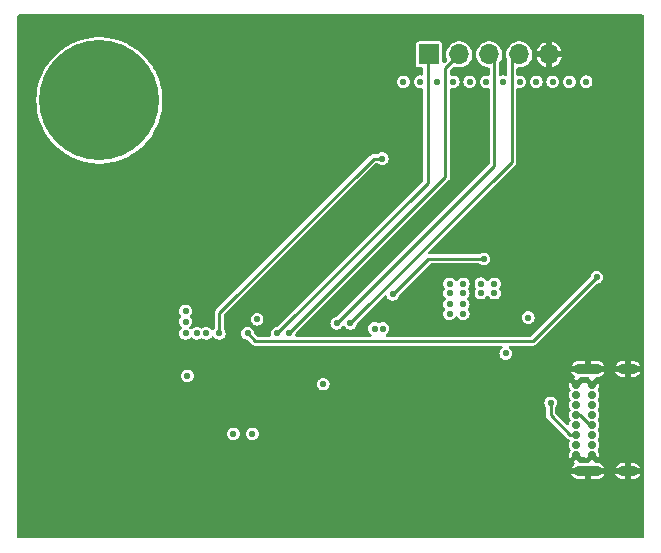
<source format=gbr>
%TF.GenerationSoftware,KiCad,Pcbnew,8.0.4*%
%TF.CreationDate,2024-12-03T19:18:34-08:00*%
%TF.ProjectId,USBC_UART_Dock_Prototype,55534243-5f55-4415-9254-5f446f636b5f,rev?*%
%TF.SameCoordinates,Original*%
%TF.FileFunction,Copper,L4,Bot*%
%TF.FilePolarity,Positive*%
%FSLAX46Y46*%
G04 Gerber Fmt 4.6, Leading zero omitted, Abs format (unit mm)*
G04 Created by KiCad (PCBNEW 8.0.4) date 2024-12-03 19:18:34*
%MOMM*%
%LPD*%
G01*
G04 APERTURE LIST*
%TA.AperFunction,ComponentPad*%
%ADD10C,10.160000*%
%TD*%
%TA.AperFunction,ComponentPad*%
%ADD11C,0.700000*%
%TD*%
%TA.AperFunction,ComponentPad*%
%ADD12O,2.400000X0.900000*%
%TD*%
%TA.AperFunction,ComponentPad*%
%ADD13O,1.700000X0.900000*%
%TD*%
%TA.AperFunction,HeatsinkPad*%
%ADD14C,0.500000*%
%TD*%
%TA.AperFunction,HeatsinkPad*%
%ADD15R,1.700000X1.700000*%
%TD*%
%TA.AperFunction,ComponentPad*%
%ADD16R,1.700000X1.700000*%
%TD*%
%TA.AperFunction,ComponentPad*%
%ADD17O,1.700000X1.700000*%
%TD*%
%TA.AperFunction,ComponentPad*%
%ADD18C,0.499999*%
%TD*%
%TA.AperFunction,ViaPad*%
%ADD19C,0.558800*%
%TD*%
%TA.AperFunction,Conductor*%
%ADD20C,0.254000*%
%TD*%
%TA.AperFunction,Conductor*%
%ADD21C,0.266700*%
%TD*%
G04 APERTURE END LIST*
D10*
%TO.P,J1,1,Pin_1*%
%TO.N,+5V*%
X122450000Y-67287500D03*
%TD*%
D11*
%TO.P,J4,A1,GND*%
%TO.N,GND*%
X162825000Y-97312500D03*
%TO.P,J4,A4,VBUS*%
%TO.N,+VUSB*%
X162825000Y-96462500D03*
%TO.P,J4,A5,CC1*%
%TO.N,/CONN_USB_CC1*%
X162825000Y-95612500D03*
%TO.P,J4,A6,D+*%
%TO.N,/CONN_USB_D+*%
X162825000Y-94762500D03*
%TO.P,J4,A7,D-*%
%TO.N,/CONN_USB_D-*%
X162825000Y-93912500D03*
%TO.P,J4,A8,SBU1*%
%TO.N,unconnected-(J4-SBU1-PadA8)*%
X162825000Y-93062500D03*
%TO.P,J4,A9,VBUS*%
%TO.N,+VUSB*%
X162825000Y-92212500D03*
%TO.P,J4,A12,GND*%
%TO.N,GND*%
X162825000Y-91362500D03*
%TO.P,J4,B1,GND*%
X164175000Y-91362500D03*
%TO.P,J4,B4,VBUS*%
%TO.N,+VUSB*%
X164175000Y-92212500D03*
%TO.P,J4,B5,CC2*%
%TO.N,/CONN_USB_CC2*%
X164175000Y-93062500D03*
%TO.P,J4,B6,D+*%
%TO.N,/CONN_USB_D+*%
X164175000Y-93912500D03*
%TO.P,J4,B7,D-*%
%TO.N,/CONN_USB_D-*%
X164175000Y-94762500D03*
%TO.P,J4,B8,SBU2*%
%TO.N,unconnected-(J4-SBU2-PadB8)*%
X164175000Y-95612500D03*
%TO.P,J4,B9,VBUS*%
%TO.N,+VUSB*%
X164175000Y-96462500D03*
%TO.P,J4,B12,GND*%
%TO.N,GND*%
X164175000Y-97312500D03*
D12*
%TO.P,J4,S1,SHIELD*%
X163805000Y-98662500D03*
D13*
X167185000Y-98662500D03*
D12*
X163805000Y-90012500D03*
D13*
X167185000Y-90012500D03*
%TD*%
D10*
%TO.P,J2,1,Pin_1*%
%TO.N,GND*%
X140000000Y-67287500D03*
%TD*%
D14*
%TO.P,U3,21,GND*%
%TO.N,GND*%
X158850000Y-94300000D03*
X158850000Y-93100000D03*
D15*
X158250000Y-93700000D03*
D14*
X157650000Y-94300000D03*
X157650000Y-93100000D03*
%TD*%
D16*
%TO.P,J3,1,Pin_1*%
%TO.N,/CTS*%
X150380000Y-63387500D03*
D17*
%TO.P,J3,2,Pin_2*%
%TO.N,/RTS*%
X152920000Y-63387500D03*
%TO.P,J3,3,Pin_3*%
%TO.N,/UART_RX*%
X155460000Y-63387500D03*
%TO.P,J3,4,Pin_4*%
%TO.N,/UART_TX*%
X158000000Y-63387500D03*
%TO.P,J3,5,Pin_5*%
%TO.N,GND*%
X160540000Y-63387500D03*
%TD*%
D18*
%TO.P,U2,V*%
%TO.N,GND*%
X148200000Y-84587501D03*
X148200000Y-85637501D03*
X148200000Y-86687501D03*
X149299998Y-84587501D03*
X149299998Y-85637501D03*
X149299998Y-86687501D03*
%TD*%
D19*
%TO.N,GND*%
X158113632Y-98350000D03*
X118800000Y-82850000D03*
X158940905Y-97200000D03*
X156459090Y-97200000D03*
X141400000Y-93700000D03*
X135200000Y-83600000D03*
X156459090Y-98350000D03*
X158113632Y-97200000D03*
X128200000Y-88237500D03*
X149700000Y-89737500D03*
X157286361Y-98350000D03*
X127500000Y-81287500D03*
X131850000Y-83600000D03*
X157286361Y-97200000D03*
X145450000Y-82237500D03*
X158940905Y-98350000D03*
X136600000Y-86400000D03*
%TO.N,+3.3V*%
X160839086Y-65700000D03*
X158028178Y-65700000D03*
X156850000Y-88700000D03*
X129750000Y-85100000D03*
X155217270Y-65700000D03*
X129750000Y-87000000D03*
X130700000Y-87000000D03*
X135800000Y-85800000D03*
X162244540Y-65700000D03*
X133800000Y-95500000D03*
X131500000Y-87000000D03*
X151000908Y-65700000D03*
X146450000Y-86600000D03*
X159433632Y-65700000D03*
X145750000Y-86600000D03*
X148190000Y-65700000D03*
X149595454Y-65700000D03*
X156622724Y-65700000D03*
X129750000Y-86000000D03*
X141400000Y-91300000D03*
X152406362Y-65700000D03*
X163650000Y-65700000D03*
X135400000Y-95500000D03*
X153811816Y-65700000D03*
X129900000Y-90600000D03*
%TO.N,/nPWR_FLT*%
X147300000Y-83700000D03*
X155000000Y-80700000D03*
%TO.N,/nUSB_ERROR*%
X146400000Y-72200000D03*
X132600000Y-87000000D03*
%TO.N,/TX_ACTIVE*%
X135000000Y-87000000D03*
X164550000Y-82250000D03*
%TO.N,/UART_TX*%
X143700000Y-86150000D03*
%TO.N,/RTS*%
X138500000Y-87000000D03*
%TO.N,/CTS*%
X137500000Y-87000000D03*
%TO.N,/UART_RX*%
X142550000Y-86150000D03*
%TO.N,/CONN_USB_CC1*%
X160658399Y-92882654D03*
%TO.N,+VUSB*%
X152100000Y-82800000D03*
X153250000Y-82800000D03*
X154750000Y-83600000D03*
X153250000Y-83600000D03*
X152100000Y-83600000D03*
X152100000Y-85350000D03*
X155900000Y-82800000D03*
X154750000Y-82800000D03*
X152100000Y-84550000D03*
X153250000Y-85350000D03*
X155900000Y-83600000D03*
X153250000Y-84550000D03*
X158750000Y-85662500D03*
%TD*%
D20*
%TO.N,/nPWR_FLT*%
X150300000Y-80700000D02*
X155000000Y-80700000D01*
X147300000Y-83700000D02*
X150300000Y-80700000D01*
%TO.N,/nUSB_ERROR*%
X132600000Y-87000000D02*
X132600000Y-85266053D01*
X145666053Y-72200000D02*
X146400000Y-72200000D01*
X132600000Y-85266053D02*
X145666053Y-72200000D01*
%TO.N,/TX_ACTIVE*%
X159139600Y-87660400D02*
X164550000Y-82250000D01*
X135660400Y-87660400D02*
X159139600Y-87660400D01*
X135000000Y-87000000D02*
X135660400Y-87660400D01*
%TO.N,/UART_TX*%
X143700000Y-86150000D02*
X157367778Y-72482222D01*
X157367778Y-64019722D02*
X158000000Y-63387500D01*
X157367778Y-72482222D02*
X157367778Y-64019722D01*
%TO.N,/RTS*%
X138500000Y-87000000D02*
X151745962Y-73754038D01*
X151745962Y-64561538D02*
X152920000Y-63387500D01*
X151745962Y-73754038D02*
X151745962Y-64561538D01*
%TO.N,/CTS*%
X150255854Y-74244146D02*
X150255854Y-63511646D01*
X137500000Y-87000000D02*
X150255854Y-74244146D01*
X150255854Y-63511646D02*
X150380000Y-63387500D01*
%TO.N,/UART_RX*%
X142550000Y-86150000D02*
X155877670Y-72822330D01*
X155877670Y-63805170D02*
X155460000Y-63387500D01*
X155877670Y-72822330D02*
X155877670Y-63805170D01*
%TO.N,/CONN_USB_CC1*%
X160658399Y-93940873D02*
X162330026Y-95612500D01*
X162330026Y-95612500D02*
X162825000Y-95612500D01*
X160658399Y-92882654D02*
X160658399Y-93940873D01*
D21*
%TO.N,/CONN_USB_D-*%
X164175000Y-94762500D02*
X163982229Y-94762500D01*
X163982229Y-94762500D02*
X163132229Y-93912500D01*
X163132229Y-93912500D02*
X162825000Y-93912500D01*
%TD*%
%TA.AperFunction,Conductor*%
%TO.N,GND*%
G36*
X168492539Y-60020185D02*
G01*
X168538294Y-60072989D01*
X168549500Y-60124500D01*
X168549500Y-104226000D01*
X168529815Y-104293039D01*
X168477011Y-104338794D01*
X168425500Y-104350000D01*
X115624500Y-104350000D01*
X115557461Y-104330315D01*
X115511706Y-104277511D01*
X115500500Y-104226000D01*
X115500500Y-98412499D01*
X162396550Y-98412499D01*
X162396550Y-98412500D01*
X162888012Y-98412500D01*
X162870795Y-98422440D01*
X162814940Y-98478295D01*
X162775444Y-98546704D01*
X162755000Y-98623004D01*
X162755000Y-98701996D01*
X162775444Y-98778296D01*
X162814940Y-98846705D01*
X162870795Y-98902560D01*
X162888012Y-98912500D01*
X162396550Y-98912500D01*
X162431124Y-98995971D01*
X162508164Y-99111269D01*
X162508170Y-99111277D01*
X162606222Y-99209329D01*
X162606230Y-99209335D01*
X162721528Y-99286375D01*
X162721532Y-99286377D01*
X162849646Y-99339443D01*
X162849656Y-99339446D01*
X162985659Y-99366500D01*
X163555000Y-99366500D01*
X163555000Y-98962500D01*
X164055000Y-98962500D01*
X164055000Y-99366500D01*
X164624340Y-99366500D01*
X164760343Y-99339446D01*
X164760353Y-99339443D01*
X164888467Y-99286377D01*
X164888471Y-99286375D01*
X165003769Y-99209335D01*
X165003777Y-99209329D01*
X165101829Y-99111277D01*
X165101835Y-99111269D01*
X165178875Y-98995971D01*
X165213450Y-98912500D01*
X164721988Y-98912500D01*
X164739205Y-98902560D01*
X164795060Y-98846705D01*
X164834556Y-98778296D01*
X164855000Y-98701996D01*
X164855000Y-98623004D01*
X164834556Y-98546704D01*
X164795060Y-98478295D01*
X164739205Y-98422440D01*
X164721988Y-98412500D01*
X165213450Y-98412500D01*
X165213449Y-98412499D01*
X166126550Y-98412499D01*
X166126550Y-98412500D01*
X166618012Y-98412500D01*
X166600795Y-98422440D01*
X166544940Y-98478295D01*
X166505444Y-98546704D01*
X166485000Y-98623004D01*
X166485000Y-98701996D01*
X166505444Y-98778296D01*
X166544940Y-98846705D01*
X166600795Y-98902560D01*
X166618012Y-98912500D01*
X166126550Y-98912500D01*
X166161124Y-98995971D01*
X166238164Y-99111269D01*
X166238170Y-99111277D01*
X166336222Y-99209329D01*
X166336230Y-99209335D01*
X166451528Y-99286375D01*
X166451532Y-99286377D01*
X166579646Y-99339443D01*
X166579656Y-99339446D01*
X166715659Y-99366500D01*
X166935000Y-99366500D01*
X166935000Y-98962500D01*
X167435000Y-98962500D01*
X167435000Y-99366500D01*
X167654340Y-99366500D01*
X167790343Y-99339446D01*
X167790353Y-99339443D01*
X167918467Y-99286377D01*
X167918471Y-99286375D01*
X168033769Y-99209335D01*
X168033777Y-99209329D01*
X168131829Y-99111277D01*
X168131835Y-99111269D01*
X168208875Y-98995971D01*
X168243450Y-98912500D01*
X167751988Y-98912500D01*
X167769205Y-98902560D01*
X167825060Y-98846705D01*
X167864556Y-98778296D01*
X167885000Y-98701996D01*
X167885000Y-98623004D01*
X167864556Y-98546704D01*
X167825060Y-98478295D01*
X167769205Y-98422440D01*
X167751988Y-98412500D01*
X168243450Y-98412500D01*
X168243449Y-98412499D01*
X168208875Y-98329028D01*
X168131835Y-98213730D01*
X168131829Y-98213722D01*
X168033777Y-98115670D01*
X168033769Y-98115664D01*
X167918471Y-98038624D01*
X167918467Y-98038622D01*
X167790353Y-97985556D01*
X167790343Y-97985553D01*
X167654340Y-97958500D01*
X167435000Y-97958500D01*
X167435000Y-98362500D01*
X166935000Y-98362500D01*
X166935000Y-97958500D01*
X166715660Y-97958500D01*
X166579656Y-97985553D01*
X166579646Y-97985556D01*
X166451532Y-98038622D01*
X166451528Y-98038624D01*
X166336230Y-98115664D01*
X166336222Y-98115670D01*
X166238170Y-98213722D01*
X166238164Y-98213730D01*
X166161124Y-98329028D01*
X166126550Y-98412499D01*
X165213449Y-98412499D01*
X165178875Y-98329028D01*
X165101835Y-98213730D01*
X165101829Y-98213722D01*
X165003777Y-98115670D01*
X165003769Y-98115664D01*
X164888471Y-98038624D01*
X164888467Y-98038622D01*
X164760353Y-97985556D01*
X164760343Y-97985553D01*
X164624340Y-97958500D01*
X164518808Y-97958500D01*
X164451769Y-97938815D01*
X164431126Y-97922181D01*
X164175000Y-97666053D01*
X163918871Y-97922181D01*
X163857548Y-97955666D01*
X163831190Y-97958500D01*
X163168808Y-97958500D01*
X163101769Y-97938815D01*
X163081126Y-97922181D01*
X162825000Y-97666053D01*
X162612717Y-97878334D01*
X162613649Y-97878720D01*
X162668053Y-97922562D01*
X162690117Y-97988856D01*
X162672837Y-98056555D01*
X162635087Y-98096383D01*
X162606226Y-98115667D01*
X162606222Y-98115670D01*
X162508170Y-98213722D01*
X162508164Y-98213730D01*
X162431124Y-98329028D01*
X162396550Y-98412499D01*
X115500500Y-98412499D01*
X115500500Y-95499998D01*
X133261493Y-95499998D01*
X133261493Y-95500001D01*
X133279841Y-95639374D01*
X133279843Y-95639379D01*
X133333637Y-95769252D01*
X133333639Y-95769255D01*
X133419217Y-95880781D01*
X133419218Y-95880782D01*
X133530744Y-95966360D01*
X133530747Y-95966362D01*
X133597475Y-95994001D01*
X133660624Y-96020158D01*
X133713977Y-96027182D01*
X133799999Y-96038507D01*
X133800000Y-96038507D01*
X133800001Y-96038507D01*
X133846458Y-96032390D01*
X133939376Y-96020158D01*
X134045264Y-95976297D01*
X134069252Y-95966362D01*
X134069255Y-95966360D01*
X134074920Y-95962013D01*
X134180782Y-95880782D01*
X134266361Y-95769254D01*
X134320158Y-95639376D01*
X134338507Y-95500000D01*
X134338507Y-95499998D01*
X134861493Y-95499998D01*
X134861493Y-95500001D01*
X134879841Y-95639374D01*
X134879843Y-95639379D01*
X134933637Y-95769252D01*
X134933639Y-95769255D01*
X135019217Y-95880781D01*
X135019218Y-95880782D01*
X135130744Y-95966360D01*
X135130747Y-95966362D01*
X135197475Y-95994001D01*
X135260624Y-96020158D01*
X135313977Y-96027182D01*
X135399999Y-96038507D01*
X135400000Y-96038507D01*
X135400001Y-96038507D01*
X135446458Y-96032390D01*
X135539376Y-96020158D01*
X135645264Y-95976297D01*
X135669252Y-95966362D01*
X135669255Y-95966360D01*
X135674920Y-95962013D01*
X135780782Y-95880782D01*
X135866361Y-95769254D01*
X135920158Y-95639376D01*
X135938507Y-95500000D01*
X135932542Y-95454694D01*
X135924544Y-95393937D01*
X135920158Y-95360624D01*
X135866361Y-95230747D01*
X135780782Y-95119218D01*
X135780780Y-95119217D01*
X135780780Y-95119216D01*
X135669254Y-95033639D01*
X135669252Y-95033637D01*
X135539379Y-94979843D01*
X135539374Y-94979841D01*
X135400001Y-94961493D01*
X135399999Y-94961493D01*
X135260625Y-94979841D01*
X135260620Y-94979843D01*
X135130751Y-95033636D01*
X135130750Y-95033637D01*
X135130747Y-95033638D01*
X135130747Y-95033639D01*
X135019218Y-95119218D01*
X134958906Y-95197819D01*
X134933637Y-95230750D01*
X134933636Y-95230751D01*
X134879843Y-95360620D01*
X134879841Y-95360625D01*
X134861493Y-95499998D01*
X134338507Y-95499998D01*
X134332542Y-95454694D01*
X134324544Y-95393937D01*
X134320158Y-95360624D01*
X134266361Y-95230747D01*
X134180782Y-95119218D01*
X134180780Y-95119217D01*
X134180780Y-95119216D01*
X134069254Y-95033639D01*
X134069252Y-95033637D01*
X133939379Y-94979843D01*
X133939374Y-94979841D01*
X133800001Y-94961493D01*
X133799999Y-94961493D01*
X133660625Y-94979841D01*
X133660620Y-94979843D01*
X133530751Y-95033636D01*
X133530750Y-95033637D01*
X133530747Y-95033638D01*
X133530747Y-95033639D01*
X133419218Y-95119218D01*
X133358906Y-95197819D01*
X133333637Y-95230750D01*
X133333636Y-95230751D01*
X133279843Y-95360620D01*
X133279841Y-95360625D01*
X133261493Y-95499998D01*
X115500500Y-95499998D01*
X115500500Y-92882652D01*
X160119892Y-92882652D01*
X160119892Y-92882655D01*
X160138240Y-93022028D01*
X160138242Y-93022033D01*
X160192036Y-93151906D01*
X160192038Y-93151909D01*
X160251274Y-93229105D01*
X160276469Y-93294274D01*
X160276899Y-93304592D01*
X160276899Y-93991098D01*
X160296398Y-94063869D01*
X160302898Y-94088128D01*
X160302899Y-94088129D01*
X160352221Y-94173558D01*
X160353124Y-94175122D01*
X162020409Y-95842405D01*
X162020419Y-95842416D01*
X162024749Y-95846746D01*
X162024750Y-95846747D01*
X162095779Y-95917776D01*
X162095781Y-95917777D01*
X162095782Y-95917778D01*
X162131424Y-95938355D01*
X162131426Y-95938357D01*
X162131427Y-95938357D01*
X162179930Y-95966361D01*
X162182773Y-95968002D01*
X162220398Y-95978083D01*
X162280057Y-96014448D01*
X162310586Y-96077295D01*
X162302291Y-96146671D01*
X162297782Y-96155680D01*
X162236061Y-96304690D01*
X162236060Y-96304694D01*
X162215284Y-96462499D01*
X162215284Y-96462500D01*
X162236060Y-96620305D01*
X162236061Y-96620309D01*
X162296969Y-96767358D01*
X162331550Y-96812424D01*
X162356744Y-96877593D01*
X162342706Y-96946038D01*
X162331551Y-96963395D01*
X162297406Y-97007894D01*
X162236546Y-97154823D01*
X162236545Y-97154825D01*
X162215788Y-97312498D01*
X162215788Y-97312501D01*
X162236545Y-97470174D01*
X162236547Y-97470179D01*
X162259163Y-97524780D01*
X162511226Y-97272718D01*
X162625000Y-97272718D01*
X162625000Y-97352282D01*
X162655448Y-97425791D01*
X162711709Y-97482052D01*
X162785218Y-97512500D01*
X162864782Y-97512500D01*
X162938291Y-97482052D01*
X162994552Y-97425791D01*
X163025000Y-97352282D01*
X163025000Y-97272718D01*
X162994552Y-97199209D01*
X162938291Y-97142948D01*
X162864782Y-97112500D01*
X162785218Y-97112500D01*
X162711709Y-97142948D01*
X162655448Y-97199209D01*
X162625000Y-97272718D01*
X162511226Y-97272718D01*
X162681667Y-97102278D01*
X162742990Y-97068793D01*
X162785533Y-97067020D01*
X162825000Y-97072216D01*
X162864464Y-97067020D01*
X162933499Y-97077785D01*
X162968331Y-97102278D01*
X163390834Y-97524780D01*
X163396910Y-97523572D01*
X163429279Y-97483406D01*
X163495573Y-97461341D01*
X163563272Y-97478620D01*
X163605588Y-97524070D01*
X163609163Y-97524781D01*
X163861227Y-97272718D01*
X163975000Y-97272718D01*
X163975000Y-97352282D01*
X164005448Y-97425791D01*
X164061709Y-97482052D01*
X164135218Y-97512500D01*
X164214782Y-97512500D01*
X164288291Y-97482052D01*
X164344552Y-97425791D01*
X164375000Y-97352282D01*
X164375000Y-97272718D01*
X164344552Y-97199209D01*
X164288291Y-97142948D01*
X164214782Y-97112500D01*
X164135218Y-97112500D01*
X164061709Y-97142948D01*
X164005448Y-97199209D01*
X163975000Y-97272718D01*
X163861227Y-97272718D01*
X164031667Y-97102278D01*
X164092990Y-97068793D01*
X164135533Y-97067020D01*
X164175000Y-97072216D01*
X164214464Y-97067020D01*
X164283499Y-97077785D01*
X164318331Y-97102278D01*
X164740834Y-97524780D01*
X164763453Y-97470175D01*
X164784212Y-97312501D01*
X164784212Y-97312498D01*
X164763454Y-97154825D01*
X164763453Y-97154823D01*
X164702594Y-97007896D01*
X164702592Y-97007892D01*
X164668449Y-96963397D01*
X164643254Y-96898228D01*
X164657292Y-96829783D01*
X164668449Y-96812424D01*
X164703030Y-96767358D01*
X164763940Y-96620306D01*
X164784716Y-96462500D01*
X164763940Y-96304694D01*
X164703030Y-96157642D01*
X164668762Y-96112985D01*
X164643569Y-96047819D01*
X164657606Y-95979374D01*
X164668758Y-95962020D01*
X164703030Y-95917358D01*
X164763940Y-95770306D01*
X164784716Y-95612500D01*
X164763940Y-95454694D01*
X164703030Y-95307642D01*
X164668762Y-95262985D01*
X164643569Y-95197819D01*
X164657606Y-95129374D01*
X164668758Y-95112020D01*
X164703030Y-95067358D01*
X164763940Y-94920306D01*
X164784716Y-94762500D01*
X164763940Y-94604694D01*
X164703030Y-94457642D01*
X164668762Y-94412985D01*
X164643569Y-94347819D01*
X164657606Y-94279374D01*
X164668758Y-94262020D01*
X164703030Y-94217358D01*
X164763940Y-94070306D01*
X164784716Y-93912500D01*
X164763940Y-93754694D01*
X164703030Y-93607642D01*
X164668762Y-93562985D01*
X164643569Y-93497819D01*
X164657606Y-93429374D01*
X164668758Y-93412020D01*
X164703030Y-93367358D01*
X164763940Y-93220306D01*
X164784716Y-93062500D01*
X164763940Y-92904694D01*
X164703030Y-92757642D01*
X164668762Y-92712985D01*
X164643569Y-92647819D01*
X164657606Y-92579374D01*
X164668758Y-92562020D01*
X164703030Y-92517358D01*
X164763940Y-92370306D01*
X164784716Y-92212500D01*
X164763940Y-92054694D01*
X164703030Y-91907642D01*
X164668447Y-91862573D01*
X164643254Y-91797405D01*
X164657292Y-91728961D01*
X164668450Y-91711599D01*
X164702594Y-91667103D01*
X164763453Y-91520176D01*
X164763454Y-91520174D01*
X164784212Y-91362501D01*
X164784212Y-91362498D01*
X164763453Y-91204824D01*
X164740834Y-91150217D01*
X164318330Y-91572721D01*
X164257007Y-91606206D01*
X164214465Y-91607979D01*
X164175003Y-91602784D01*
X164174997Y-91602784D01*
X164135533Y-91607979D01*
X164066497Y-91597213D01*
X164031668Y-91572721D01*
X163781665Y-91322718D01*
X163975000Y-91322718D01*
X163975000Y-91402282D01*
X164005448Y-91475791D01*
X164061709Y-91532052D01*
X164135218Y-91562500D01*
X164214782Y-91562500D01*
X164288291Y-91532052D01*
X164344552Y-91475791D01*
X164375000Y-91402282D01*
X164375000Y-91322718D01*
X164344552Y-91249209D01*
X164288291Y-91192948D01*
X164214782Y-91162500D01*
X164135218Y-91162500D01*
X164061709Y-91192948D01*
X164005448Y-91249209D01*
X163975000Y-91322718D01*
X163781665Y-91322718D01*
X163609164Y-91150217D01*
X163603086Y-91151426D01*
X163570719Y-91191592D01*
X163504424Y-91213657D01*
X163436725Y-91196377D01*
X163394411Y-91150929D01*
X163390834Y-91150217D01*
X162968330Y-91572721D01*
X162907007Y-91606206D01*
X162864465Y-91607979D01*
X162825003Y-91602784D01*
X162824997Y-91602784D01*
X162785533Y-91607979D01*
X162716497Y-91597213D01*
X162681668Y-91572721D01*
X162431665Y-91322718D01*
X162625000Y-91322718D01*
X162625000Y-91402282D01*
X162655448Y-91475791D01*
X162711709Y-91532052D01*
X162785218Y-91562500D01*
X162864782Y-91562500D01*
X162938291Y-91532052D01*
X162994552Y-91475791D01*
X163025000Y-91402282D01*
X163025000Y-91322718D01*
X162994552Y-91249209D01*
X162938291Y-91192948D01*
X162864782Y-91162500D01*
X162785218Y-91162500D01*
X162711709Y-91192948D01*
X162655448Y-91249209D01*
X162625000Y-91322718D01*
X162431665Y-91322718D01*
X162259164Y-91150217D01*
X162259163Y-91150218D01*
X162236546Y-91204820D01*
X162215788Y-91362498D01*
X162215788Y-91362501D01*
X162236545Y-91520174D01*
X162236546Y-91520176D01*
X162297405Y-91667103D01*
X162297407Y-91667106D01*
X162331550Y-91711603D01*
X162356744Y-91776773D01*
X162342705Y-91845218D01*
X162331551Y-91862574D01*
X162296969Y-91907642D01*
X162236061Y-92054690D01*
X162236060Y-92054694D01*
X162215284Y-92212499D01*
X162215284Y-92212500D01*
X162236060Y-92370305D01*
X162236061Y-92370309D01*
X162296968Y-92517355D01*
X162296969Y-92517357D01*
X162296970Y-92517358D01*
X162331236Y-92562014D01*
X162356430Y-92627182D01*
X162342392Y-92695627D01*
X162331239Y-92712981D01*
X162331235Y-92712988D01*
X162296968Y-92757644D01*
X162236061Y-92904690D01*
X162236060Y-92904694D01*
X162215284Y-93062499D01*
X162215284Y-93062500D01*
X162236060Y-93220305D01*
X162236061Y-93220309D01*
X162296968Y-93367355D01*
X162296969Y-93367357D01*
X162296970Y-93367358D01*
X162331236Y-93412014D01*
X162356430Y-93477182D01*
X162342392Y-93545627D01*
X162331239Y-93562981D01*
X162331235Y-93562988D01*
X162296968Y-93607644D01*
X162236061Y-93754690D01*
X162236060Y-93754694D01*
X162227572Y-93819169D01*
X162215284Y-93912500D01*
X162225631Y-93991095D01*
X162236060Y-94070305D01*
X162236061Y-94070309D01*
X162296968Y-94217355D01*
X162296969Y-94217357D01*
X162296970Y-94217358D01*
X162331236Y-94262014D01*
X162356430Y-94327182D01*
X162342392Y-94395627D01*
X162331239Y-94412981D01*
X162331235Y-94412988D01*
X162296968Y-94457644D01*
X162236061Y-94604690D01*
X162236060Y-94604695D01*
X162225333Y-94686169D01*
X162197066Y-94750066D01*
X162138741Y-94788536D01*
X162068876Y-94789367D01*
X162014713Y-94757664D01*
X161076218Y-93819169D01*
X161042733Y-93757846D01*
X161039899Y-93731488D01*
X161039899Y-93304592D01*
X161059584Y-93237553D01*
X161065524Y-93229105D01*
X161124760Y-93151908D01*
X161178557Y-93022030D01*
X161196906Y-92882654D01*
X161178557Y-92743278D01*
X161151658Y-92678339D01*
X161124762Y-92613405D01*
X161124761Y-92613404D01*
X161124760Y-92613401D01*
X161039181Y-92501872D01*
X161039179Y-92501871D01*
X161039179Y-92501870D01*
X160927653Y-92416293D01*
X160927651Y-92416291D01*
X160797778Y-92362497D01*
X160797773Y-92362495D01*
X160658400Y-92344147D01*
X160658398Y-92344147D01*
X160519024Y-92362495D01*
X160519019Y-92362497D01*
X160389150Y-92416290D01*
X160389149Y-92416291D01*
X160277617Y-92501872D01*
X160192036Y-92613404D01*
X160192035Y-92613405D01*
X160138242Y-92743274D01*
X160138240Y-92743279D01*
X160119892Y-92882652D01*
X115500500Y-92882652D01*
X115500500Y-91299998D01*
X140861493Y-91299998D01*
X140861493Y-91300001D01*
X140879841Y-91439374D01*
X140879843Y-91439379D01*
X140933637Y-91569252D01*
X140933639Y-91569255D01*
X141019217Y-91680781D01*
X141019218Y-91680782D01*
X141130744Y-91766360D01*
X141130747Y-91766362D01*
X141166971Y-91781366D01*
X141260624Y-91820158D01*
X141330312Y-91829332D01*
X141399999Y-91838507D01*
X141400000Y-91838507D01*
X141400001Y-91838507D01*
X141446458Y-91832390D01*
X141539376Y-91820158D01*
X141669254Y-91766361D01*
X141780782Y-91680782D01*
X141866361Y-91569254D01*
X141920158Y-91439376D01*
X141938507Y-91300000D01*
X141920158Y-91160624D01*
X141881113Y-91066361D01*
X141866363Y-91030751D01*
X141866362Y-91030750D01*
X141866361Y-91030747D01*
X141780782Y-90919218D01*
X141780780Y-90919217D01*
X141780780Y-90919216D01*
X141669254Y-90833639D01*
X141669252Y-90833637D01*
X141539379Y-90779843D01*
X141539374Y-90779841D01*
X141400001Y-90761493D01*
X141399999Y-90761493D01*
X141260625Y-90779841D01*
X141260620Y-90779843D01*
X141130751Y-90833636D01*
X141130750Y-90833637D01*
X141130747Y-90833638D01*
X141130747Y-90833639D01*
X141019218Y-90919218D01*
X140971979Y-90980782D01*
X140933637Y-91030750D01*
X140933636Y-91030751D01*
X140879843Y-91160620D01*
X140879841Y-91160625D01*
X140861493Y-91299998D01*
X115500500Y-91299998D01*
X115500500Y-90599998D01*
X129361493Y-90599998D01*
X129361493Y-90600001D01*
X129379841Y-90739374D01*
X129379843Y-90739379D01*
X129433637Y-90869252D01*
X129433639Y-90869255D01*
X129519217Y-90980781D01*
X129519218Y-90980782D01*
X129630744Y-91066360D01*
X129630747Y-91066362D01*
X129712644Y-91100284D01*
X129760624Y-91120158D01*
X129830312Y-91129332D01*
X129899999Y-91138507D01*
X129900000Y-91138507D01*
X129900001Y-91138507D01*
X129946458Y-91132390D01*
X130039376Y-91120158D01*
X130169254Y-91066361D01*
X130280782Y-90980782D01*
X130366361Y-90869254D01*
X130420158Y-90739376D01*
X130438507Y-90600000D01*
X130433153Y-90559335D01*
X130420158Y-90460625D01*
X130420156Y-90460620D01*
X130366363Y-90330751D01*
X130366362Y-90330750D01*
X130366361Y-90330747D01*
X130280782Y-90219218D01*
X130280780Y-90219217D01*
X130280780Y-90219216D01*
X130169254Y-90133639D01*
X130169252Y-90133637D01*
X130039379Y-90079843D01*
X130039374Y-90079841D01*
X129900001Y-90061493D01*
X129899999Y-90061493D01*
X129760625Y-90079841D01*
X129760620Y-90079843D01*
X129630751Y-90133636D01*
X129630750Y-90133637D01*
X129630747Y-90133638D01*
X129630747Y-90133639D01*
X129519218Y-90219218D01*
X129447641Y-90312500D01*
X129433637Y-90330750D01*
X129433636Y-90330751D01*
X129379843Y-90460620D01*
X129379841Y-90460625D01*
X129361493Y-90599998D01*
X115500500Y-90599998D01*
X115500500Y-89762499D01*
X162396550Y-89762499D01*
X162396550Y-89762500D01*
X162888012Y-89762500D01*
X162870795Y-89772440D01*
X162814940Y-89828295D01*
X162775444Y-89896704D01*
X162755000Y-89973004D01*
X162755000Y-90051996D01*
X162775444Y-90128296D01*
X162814940Y-90196705D01*
X162870795Y-90252560D01*
X162888012Y-90262500D01*
X162396550Y-90262500D01*
X162431124Y-90345971D01*
X162508164Y-90461269D01*
X162508170Y-90461277D01*
X162606223Y-90559330D01*
X162635084Y-90578614D01*
X162679890Y-90632226D01*
X162688597Y-90701551D01*
X162658443Y-90764579D01*
X162613648Y-90796278D01*
X162612718Y-90796663D01*
X162612718Y-90796664D01*
X162824999Y-91008945D01*
X163081125Y-90752819D01*
X163142448Y-90719334D01*
X163168807Y-90716500D01*
X163831192Y-90716500D01*
X163898231Y-90736185D01*
X163918873Y-90752819D01*
X164174999Y-91008945D01*
X164431125Y-90752819D01*
X164492448Y-90719334D01*
X164518807Y-90716500D01*
X164624340Y-90716500D01*
X164760343Y-90689446D01*
X164760353Y-90689443D01*
X164888467Y-90636377D01*
X164888471Y-90636375D01*
X165003769Y-90559335D01*
X165003777Y-90559329D01*
X165101829Y-90461277D01*
X165101835Y-90461269D01*
X165178875Y-90345971D01*
X165213450Y-90262500D01*
X164721988Y-90262500D01*
X164739205Y-90252560D01*
X164795060Y-90196705D01*
X164834556Y-90128296D01*
X164855000Y-90051996D01*
X164855000Y-89973004D01*
X164834556Y-89896704D01*
X164795060Y-89828295D01*
X164739205Y-89772440D01*
X164721988Y-89762500D01*
X165213450Y-89762500D01*
X165213449Y-89762499D01*
X166126550Y-89762499D01*
X166126550Y-89762500D01*
X166618012Y-89762500D01*
X166600795Y-89772440D01*
X166544940Y-89828295D01*
X166505444Y-89896704D01*
X166485000Y-89973004D01*
X166485000Y-90051996D01*
X166505444Y-90128296D01*
X166544940Y-90196705D01*
X166600795Y-90252560D01*
X166618012Y-90262500D01*
X166126550Y-90262500D01*
X166161124Y-90345971D01*
X166238164Y-90461269D01*
X166238170Y-90461277D01*
X166336222Y-90559329D01*
X166336230Y-90559335D01*
X166451528Y-90636375D01*
X166451532Y-90636377D01*
X166579646Y-90689443D01*
X166579656Y-90689446D01*
X166715659Y-90716500D01*
X166935000Y-90716500D01*
X166935000Y-90312500D01*
X167435000Y-90312500D01*
X167435000Y-90716500D01*
X167654340Y-90716500D01*
X167790343Y-90689446D01*
X167790353Y-90689443D01*
X167918467Y-90636377D01*
X167918471Y-90636375D01*
X168033769Y-90559335D01*
X168033777Y-90559329D01*
X168131829Y-90461277D01*
X168131835Y-90461269D01*
X168208875Y-90345971D01*
X168243450Y-90262500D01*
X167751988Y-90262500D01*
X167769205Y-90252560D01*
X167825060Y-90196705D01*
X167864556Y-90128296D01*
X167885000Y-90051996D01*
X167885000Y-89973004D01*
X167864556Y-89896704D01*
X167825060Y-89828295D01*
X167769205Y-89772440D01*
X167751988Y-89762500D01*
X168243450Y-89762500D01*
X168243449Y-89762499D01*
X168208875Y-89679028D01*
X168131835Y-89563730D01*
X168131829Y-89563722D01*
X168033777Y-89465670D01*
X168033769Y-89465664D01*
X167918471Y-89388624D01*
X167918467Y-89388622D01*
X167790353Y-89335556D01*
X167790343Y-89335553D01*
X167654340Y-89308500D01*
X167435000Y-89308500D01*
X167435000Y-89712500D01*
X166935000Y-89712500D01*
X166935000Y-89308500D01*
X166715660Y-89308500D01*
X166579656Y-89335553D01*
X166579646Y-89335556D01*
X166451532Y-89388622D01*
X166451528Y-89388624D01*
X166336230Y-89465664D01*
X166336222Y-89465670D01*
X166238170Y-89563722D01*
X166238164Y-89563730D01*
X166161124Y-89679028D01*
X166126550Y-89762499D01*
X165213449Y-89762499D01*
X165178875Y-89679028D01*
X165101835Y-89563730D01*
X165101829Y-89563722D01*
X165003777Y-89465670D01*
X165003769Y-89465664D01*
X164888471Y-89388624D01*
X164888467Y-89388622D01*
X164760353Y-89335556D01*
X164760343Y-89335553D01*
X164624340Y-89308500D01*
X164055000Y-89308500D01*
X164055000Y-89712500D01*
X163555000Y-89712500D01*
X163555000Y-89308500D01*
X162985660Y-89308500D01*
X162849656Y-89335553D01*
X162849646Y-89335556D01*
X162721532Y-89388622D01*
X162721528Y-89388624D01*
X162606230Y-89465664D01*
X162606222Y-89465670D01*
X162508170Y-89563722D01*
X162508164Y-89563730D01*
X162431124Y-89679028D01*
X162396550Y-89762499D01*
X115500500Y-89762499D01*
X115500500Y-85099998D01*
X129211493Y-85099998D01*
X129211493Y-85100001D01*
X129229841Y-85239374D01*
X129229843Y-85239379D01*
X129283637Y-85369251D01*
X129283638Y-85369252D01*
X129283639Y-85369254D01*
X129321976Y-85419216D01*
X129364408Y-85474513D01*
X129389602Y-85539683D01*
X129375564Y-85608127D01*
X129364408Y-85625486D01*
X129283637Y-85730750D01*
X129283636Y-85730751D01*
X129229843Y-85860620D01*
X129229841Y-85860625D01*
X129211493Y-85999998D01*
X129211493Y-86000001D01*
X129229841Y-86139374D01*
X129229843Y-86139379D01*
X129283637Y-86269252D01*
X129283639Y-86269255D01*
X129336779Y-86338507D01*
X129369218Y-86380782D01*
X129396382Y-86401626D01*
X129437583Y-86458052D01*
X129441738Y-86527798D01*
X129407525Y-86588719D01*
X129396389Y-86598368D01*
X129379694Y-86611179D01*
X129369216Y-86619219D01*
X129330130Y-86670158D01*
X129289825Y-86722686D01*
X129283637Y-86730750D01*
X129283636Y-86730751D01*
X129229843Y-86860620D01*
X129229841Y-86860625D01*
X129211493Y-86999998D01*
X129211493Y-87000001D01*
X129229841Y-87139374D01*
X129229843Y-87139379D01*
X129283637Y-87269252D01*
X129283639Y-87269255D01*
X129369217Y-87380781D01*
X129369218Y-87380782D01*
X129480744Y-87466360D01*
X129480747Y-87466362D01*
X129562644Y-87500284D01*
X129610624Y-87520158D01*
X129680312Y-87529332D01*
X129749999Y-87538507D01*
X129750000Y-87538507D01*
X129750001Y-87538507D01*
X129796458Y-87532390D01*
X129889376Y-87520158D01*
X130019254Y-87466361D01*
X130130782Y-87380782D01*
X130130785Y-87380777D01*
X130136529Y-87375035D01*
X130138804Y-87377310D01*
X130183027Y-87345006D01*
X130252772Y-87340836D01*
X130313700Y-87375036D01*
X130315181Y-87376745D01*
X130319218Y-87380782D01*
X130430744Y-87466360D01*
X130430747Y-87466362D01*
X130512644Y-87500284D01*
X130560624Y-87520158D01*
X130630312Y-87529332D01*
X130699999Y-87538507D01*
X130700000Y-87538507D01*
X130700001Y-87538507D01*
X130746458Y-87532390D01*
X130839376Y-87520158D01*
X130969254Y-87466361D01*
X131024513Y-87423958D01*
X131089682Y-87398764D01*
X131158127Y-87412802D01*
X131175487Y-87423959D01*
X131230744Y-87466360D01*
X131230747Y-87466362D01*
X131312644Y-87500284D01*
X131360624Y-87520158D01*
X131430312Y-87529332D01*
X131499999Y-87538507D01*
X131500000Y-87538507D01*
X131500001Y-87538507D01*
X131546458Y-87532390D01*
X131639376Y-87520158D01*
X131769254Y-87466361D01*
X131880782Y-87380782D01*
X131951626Y-87288456D01*
X132008052Y-87247256D01*
X132077798Y-87243101D01*
X132138719Y-87277314D01*
X132148365Y-87288446D01*
X132219218Y-87380782D01*
X132260947Y-87412802D01*
X132330744Y-87466360D01*
X132330747Y-87466362D01*
X132412644Y-87500284D01*
X132460624Y-87520158D01*
X132530312Y-87529332D01*
X132599999Y-87538507D01*
X132600000Y-87538507D01*
X132600001Y-87538507D01*
X132646458Y-87532390D01*
X132739376Y-87520158D01*
X132869254Y-87466361D01*
X132980782Y-87380782D01*
X133066361Y-87269254D01*
X133120158Y-87139376D01*
X133134743Y-87028593D01*
X133138507Y-87000001D01*
X133138507Y-86999998D01*
X134461493Y-86999998D01*
X134461493Y-87000001D01*
X134479841Y-87139374D01*
X134479843Y-87139379D01*
X134533637Y-87269252D01*
X134533639Y-87269255D01*
X134619217Y-87380781D01*
X134619218Y-87380782D01*
X134730744Y-87466360D01*
X134730747Y-87466362D01*
X134795685Y-87493259D01*
X134860622Y-87520157D01*
X134860621Y-87520157D01*
X134860624Y-87520158D01*
X134957097Y-87532858D01*
X135020993Y-87561124D01*
X135028593Y-87568116D01*
X135426153Y-87965676D01*
X135513147Y-88015902D01*
X135610175Y-88041901D01*
X135610178Y-88041901D01*
X135718221Y-88041901D01*
X135718237Y-88041900D01*
X156465335Y-88041900D01*
X156532374Y-88061585D01*
X156578129Y-88114389D01*
X156588073Y-88183547D01*
X156559048Y-88247103D01*
X156540825Y-88264271D01*
X156469218Y-88319218D01*
X156383637Y-88430750D01*
X156383636Y-88430751D01*
X156329843Y-88560620D01*
X156329841Y-88560625D01*
X156311493Y-88699998D01*
X156311493Y-88700001D01*
X156329841Y-88839374D01*
X156329843Y-88839379D01*
X156383637Y-88969252D01*
X156383639Y-88969255D01*
X156469217Y-89080781D01*
X156469218Y-89080782D01*
X156580744Y-89166360D01*
X156580747Y-89166362D01*
X156662644Y-89200284D01*
X156710624Y-89220158D01*
X156780312Y-89229332D01*
X156849999Y-89238507D01*
X156850000Y-89238507D01*
X156850001Y-89238507D01*
X156896458Y-89232390D01*
X156989376Y-89220158D01*
X157119254Y-89166361D01*
X157230782Y-89080782D01*
X157316361Y-88969254D01*
X157370158Y-88839376D01*
X157388507Y-88700000D01*
X157370158Y-88560624D01*
X157316361Y-88430747D01*
X157230782Y-88319218D01*
X157159179Y-88264274D01*
X157117978Y-88207848D01*
X157113823Y-88138102D01*
X157148035Y-88077181D01*
X157209753Y-88044429D01*
X157234667Y-88041900D01*
X159189822Y-88041900D01*
X159189825Y-88041900D01*
X159286854Y-88015901D01*
X159373847Y-87965676D01*
X159444876Y-87894647D01*
X164521407Y-82818114D01*
X164582728Y-82784631D01*
X164592896Y-82782858D01*
X164689376Y-82770158D01*
X164819254Y-82716361D01*
X164930782Y-82630782D01*
X165016361Y-82519254D01*
X165070158Y-82389376D01*
X165088507Y-82250000D01*
X165070158Y-82110624D01*
X165016361Y-81980747D01*
X164930782Y-81869218D01*
X164930780Y-81869217D01*
X164930780Y-81869216D01*
X164819254Y-81783639D01*
X164819252Y-81783637D01*
X164689379Y-81729843D01*
X164689374Y-81729841D01*
X164550001Y-81711493D01*
X164549999Y-81711493D01*
X164410625Y-81729841D01*
X164410620Y-81729843D01*
X164280751Y-81783636D01*
X164280750Y-81783637D01*
X164169218Y-81869218D01*
X164083637Y-81980750D01*
X164083636Y-81980751D01*
X164029843Y-82110620D01*
X164029842Y-82110624D01*
X164017141Y-82207097D01*
X163988874Y-82270993D01*
X163981883Y-82278592D01*
X159017896Y-87242581D01*
X158956573Y-87276066D01*
X158930215Y-87278900D01*
X146807560Y-87278900D01*
X146740521Y-87259215D01*
X146694766Y-87206411D01*
X146684822Y-87137253D01*
X146713847Y-87073697D01*
X146732073Y-87056525D01*
X146800000Y-87004402D01*
X146830782Y-86980782D01*
X146916361Y-86869254D01*
X146919937Y-86860622D01*
X146926297Y-86845264D01*
X146970158Y-86739376D01*
X146988507Y-86600000D01*
X146986821Y-86587197D01*
X146970913Y-86466361D01*
X146970158Y-86460624D01*
X146943259Y-86395685D01*
X146916363Y-86330751D01*
X146916362Y-86330750D01*
X146916361Y-86330747D01*
X146830782Y-86219218D01*
X146830780Y-86219217D01*
X146830780Y-86219216D01*
X146719254Y-86133639D01*
X146719252Y-86133637D01*
X146589379Y-86079843D01*
X146589374Y-86079841D01*
X146450001Y-86061493D01*
X146449999Y-86061493D01*
X146310625Y-86079841D01*
X146310623Y-86079842D01*
X146180744Y-86133640D01*
X146175483Y-86137677D01*
X146110313Y-86162869D01*
X146041869Y-86148829D01*
X146024514Y-86137675D01*
X146019254Y-86133639D01*
X146019252Y-86133637D01*
X145889379Y-86079843D01*
X145889374Y-86079841D01*
X145750001Y-86061493D01*
X145749999Y-86061493D01*
X145610625Y-86079841D01*
X145610620Y-86079843D01*
X145480751Y-86133636D01*
X145480750Y-86133637D01*
X145480747Y-86133638D01*
X145480747Y-86133639D01*
X145459425Y-86150000D01*
X145369218Y-86219218D01*
X145283637Y-86330750D01*
X145283636Y-86330751D01*
X145229843Y-86460620D01*
X145229841Y-86460625D01*
X145211493Y-86599998D01*
X145211493Y-86600001D01*
X145229841Y-86739374D01*
X145229843Y-86739379D01*
X145283637Y-86869252D01*
X145283639Y-86869255D01*
X145369217Y-86980781D01*
X145369218Y-86980782D01*
X145467927Y-87056525D01*
X145509129Y-87112953D01*
X145513284Y-87182699D01*
X145479071Y-87243619D01*
X145417354Y-87276371D01*
X145392440Y-87278900D01*
X139143184Y-87278900D01*
X139076145Y-87259215D01*
X139030390Y-87206411D01*
X139020245Y-87138716D01*
X139032858Y-87042902D01*
X139061123Y-86979005D01*
X139068104Y-86971417D01*
X139889523Y-86149998D01*
X142011493Y-86149998D01*
X142011493Y-86150001D01*
X142029841Y-86289374D01*
X142029843Y-86289379D01*
X142083637Y-86419252D01*
X142083639Y-86419255D01*
X142169217Y-86530781D01*
X142169218Y-86530782D01*
X142280744Y-86616360D01*
X142280747Y-86616362D01*
X142350128Y-86645100D01*
X142410624Y-86670158D01*
X142480312Y-86679332D01*
X142549999Y-86688507D01*
X142550000Y-86688507D01*
X142550001Y-86688507D01*
X142596458Y-86682390D01*
X142689376Y-86670158D01*
X142798586Y-86624922D01*
X142819252Y-86616362D01*
X142819255Y-86616360D01*
X142838965Y-86601236D01*
X142930782Y-86530782D01*
X143016361Y-86419254D01*
X143016362Y-86419251D01*
X143017612Y-86417087D01*
X143019147Y-86415622D01*
X143021309Y-86412806D01*
X143021748Y-86413143D01*
X143068178Y-86368871D01*
X143136785Y-86355646D01*
X143201650Y-86381613D01*
X143228683Y-86412811D01*
X143228691Y-86412806D01*
X143228787Y-86412931D01*
X143232388Y-86417087D01*
X143233639Y-86419255D01*
X143319217Y-86530781D01*
X143319218Y-86530782D01*
X143430744Y-86616360D01*
X143430747Y-86616362D01*
X143500128Y-86645100D01*
X143560624Y-86670158D01*
X143630312Y-86679332D01*
X143699999Y-86688507D01*
X143700000Y-86688507D01*
X143700001Y-86688507D01*
X143746458Y-86682390D01*
X143839376Y-86670158D01*
X143948586Y-86624922D01*
X143969252Y-86616362D01*
X143969255Y-86616360D01*
X143988965Y-86601236D01*
X144080782Y-86530782D01*
X144166361Y-86419254D01*
X144167866Y-86415622D01*
X144203020Y-86330750D01*
X144220158Y-86289376D01*
X144232858Y-86192901D01*
X144261124Y-86129005D01*
X144268104Y-86121417D01*
X146581343Y-83808178D01*
X146642664Y-83774695D01*
X146712356Y-83779679D01*
X146768289Y-83821551D01*
X146783583Y-83848408D01*
X146833639Y-83969254D01*
X146833639Y-83969255D01*
X146919217Y-84080781D01*
X146919218Y-84080782D01*
X147030744Y-84166360D01*
X147030747Y-84166362D01*
X147112644Y-84200284D01*
X147160624Y-84220158D01*
X147230312Y-84229332D01*
X147299999Y-84238507D01*
X147300000Y-84238507D01*
X147300001Y-84238507D01*
X147346458Y-84232390D01*
X147439376Y-84220158D01*
X147562357Y-84169218D01*
X147569252Y-84166362D01*
X147569255Y-84166360D01*
X147572668Y-84163741D01*
X147680782Y-84080782D01*
X147766361Y-83969254D01*
X147820158Y-83839376D01*
X147832858Y-83742901D01*
X147861124Y-83679005D01*
X147868104Y-83671417D01*
X148739524Y-82799998D01*
X151561493Y-82799998D01*
X151561493Y-82800001D01*
X151579841Y-82939374D01*
X151579843Y-82939379D01*
X151633637Y-83069252D01*
X151633639Y-83069255D01*
X151676041Y-83124513D01*
X151701236Y-83189682D01*
X151687198Y-83258127D01*
X151676043Y-83275485D01*
X151633636Y-83330751D01*
X151579843Y-83460620D01*
X151579841Y-83460625D01*
X151561493Y-83599998D01*
X151561493Y-83600001D01*
X151579841Y-83739374D01*
X151579843Y-83739379D01*
X151633637Y-83869252D01*
X151633639Y-83869255D01*
X151719217Y-83980781D01*
X151724965Y-83986529D01*
X151722695Y-83988798D01*
X151755013Y-84033082D01*
X151759150Y-84102829D01*
X151724922Y-84163741D01*
X151723222Y-84165213D01*
X151719219Y-84169216D01*
X151633637Y-84280750D01*
X151633636Y-84280751D01*
X151579843Y-84410620D01*
X151579841Y-84410625D01*
X151561493Y-84549998D01*
X151561493Y-84550001D01*
X151579841Y-84689374D01*
X151579843Y-84689379D01*
X151633637Y-84819252D01*
X151633639Y-84819255D01*
X151676041Y-84874513D01*
X151701236Y-84939682D01*
X151687198Y-85008127D01*
X151676043Y-85025485D01*
X151633636Y-85080751D01*
X151579843Y-85210620D01*
X151579841Y-85210625D01*
X151561493Y-85349998D01*
X151561493Y-85350001D01*
X151579841Y-85489374D01*
X151579843Y-85489379D01*
X151633637Y-85619252D01*
X151633639Y-85619255D01*
X151719217Y-85730781D01*
X151719218Y-85730782D01*
X151830744Y-85816360D01*
X151830747Y-85816362D01*
X151912644Y-85850284D01*
X151960624Y-85870158D01*
X152030312Y-85879332D01*
X152099999Y-85888507D01*
X152100000Y-85888507D01*
X152100001Y-85888507D01*
X152158921Y-85880750D01*
X152239376Y-85870158D01*
X152369254Y-85816361D01*
X152480782Y-85730782D01*
X152566361Y-85619254D01*
X152566362Y-85619251D01*
X152567612Y-85617087D01*
X152569147Y-85615622D01*
X152571309Y-85612806D01*
X152571748Y-85613143D01*
X152618178Y-85568871D01*
X152686785Y-85555646D01*
X152751650Y-85581613D01*
X152778683Y-85612811D01*
X152778691Y-85612806D01*
X152778787Y-85612931D01*
X152782388Y-85617087D01*
X152783639Y-85619255D01*
X152869217Y-85730781D01*
X152869218Y-85730782D01*
X152980744Y-85816360D01*
X152980747Y-85816362D01*
X153062644Y-85850284D01*
X153110624Y-85870158D01*
X153180312Y-85879332D01*
X153249999Y-85888507D01*
X153250000Y-85888507D01*
X153250001Y-85888507D01*
X153308921Y-85880750D01*
X153389376Y-85870158D01*
X153519254Y-85816361D01*
X153630782Y-85730782D01*
X153683178Y-85662498D01*
X158211493Y-85662498D01*
X158211493Y-85662501D01*
X158229841Y-85801874D01*
X158229843Y-85801879D01*
X158283637Y-85931752D01*
X158283639Y-85931755D01*
X158369217Y-86043281D01*
X158369218Y-86043282D01*
X158480744Y-86128860D01*
X158480747Y-86128862D01*
X158562644Y-86162784D01*
X158610624Y-86182658D01*
X158680312Y-86191832D01*
X158749999Y-86201007D01*
X158750000Y-86201007D01*
X158750001Y-86201007D01*
X158811564Y-86192902D01*
X158889376Y-86182658D01*
X158997975Y-86137675D01*
X159019252Y-86128862D01*
X159019255Y-86128860D01*
X159130782Y-86043282D01*
X159216361Y-85931754D01*
X159270158Y-85801876D01*
X159288507Y-85662500D01*
X159288259Y-85660620D01*
X159271162Y-85530750D01*
X159270158Y-85523124D01*
X159243259Y-85458185D01*
X159216363Y-85393251D01*
X159216362Y-85393250D01*
X159216361Y-85393247D01*
X159130782Y-85281718D01*
X159130780Y-85281717D01*
X159130780Y-85281716D01*
X159019254Y-85196139D01*
X159019252Y-85196137D01*
X158889379Y-85142343D01*
X158889374Y-85142341D01*
X158750001Y-85123993D01*
X158749999Y-85123993D01*
X158610625Y-85142341D01*
X158610620Y-85142343D01*
X158480751Y-85196136D01*
X158480750Y-85196137D01*
X158480747Y-85196138D01*
X158480747Y-85196139D01*
X158369218Y-85281718D01*
X158287853Y-85387756D01*
X158283637Y-85393250D01*
X158283636Y-85393251D01*
X158229843Y-85523120D01*
X158229841Y-85523125D01*
X158211493Y-85662498D01*
X153683178Y-85662498D01*
X153716361Y-85619254D01*
X153717866Y-85615622D01*
X153726297Y-85595264D01*
X153770158Y-85489376D01*
X153785972Y-85369254D01*
X153788507Y-85350001D01*
X153788507Y-85349998D01*
X153770158Y-85210625D01*
X153770156Y-85210620D01*
X153716363Y-85080751D01*
X153716362Y-85080750D01*
X153716361Y-85080747D01*
X153673956Y-85025484D01*
X153648764Y-84960316D01*
X153662803Y-84891871D01*
X153673959Y-84874513D01*
X153716360Y-84819255D01*
X153716362Y-84819252D01*
X153757797Y-84719218D01*
X153770158Y-84689376D01*
X153788507Y-84550000D01*
X153770158Y-84410624D01*
X153742708Y-84344353D01*
X153716363Y-84280751D01*
X153716362Y-84280750D01*
X153716361Y-84280747D01*
X153630782Y-84169218D01*
X153630779Y-84169214D01*
X153625032Y-84163467D01*
X153627306Y-84161193D01*
X153595000Y-84116955D01*
X153590840Y-84047209D01*
X153625048Y-83986287D01*
X153626754Y-83984809D01*
X153630777Y-83980785D01*
X153630782Y-83980782D01*
X153716361Y-83869254D01*
X153717866Y-83865622D01*
X153737230Y-83818871D01*
X153770158Y-83739376D01*
X153788507Y-83600000D01*
X153770158Y-83460624D01*
X153716361Y-83330747D01*
X153673956Y-83275484D01*
X153648764Y-83210316D01*
X153662803Y-83141871D01*
X153673959Y-83124513D01*
X153716360Y-83069255D01*
X153716362Y-83069252D01*
X153726297Y-83045264D01*
X153770158Y-82939376D01*
X153788507Y-82800000D01*
X153788507Y-82799998D01*
X154211493Y-82799998D01*
X154211493Y-82800001D01*
X154229841Y-82939374D01*
X154229843Y-82939379D01*
X154283637Y-83069252D01*
X154283639Y-83069255D01*
X154326041Y-83124513D01*
X154351236Y-83189682D01*
X154337198Y-83258127D01*
X154326043Y-83275485D01*
X154283636Y-83330751D01*
X154229843Y-83460620D01*
X154229841Y-83460625D01*
X154211493Y-83599998D01*
X154211493Y-83600001D01*
X154229841Y-83739374D01*
X154229843Y-83739379D01*
X154283637Y-83869252D01*
X154283639Y-83869255D01*
X154369217Y-83980781D01*
X154369218Y-83980782D01*
X154480744Y-84066360D01*
X154480747Y-84066362D01*
X154562644Y-84100284D01*
X154610624Y-84120158D01*
X154680312Y-84129332D01*
X154749999Y-84138507D01*
X154750000Y-84138507D01*
X154750001Y-84138507D01*
X154796458Y-84132390D01*
X154889376Y-84120158D01*
X155019254Y-84066361D01*
X155130782Y-83980782D01*
X155216361Y-83869254D01*
X155216362Y-83869251D01*
X155217612Y-83867087D01*
X155219147Y-83865622D01*
X155221309Y-83862806D01*
X155221748Y-83863143D01*
X155268178Y-83818871D01*
X155336785Y-83805646D01*
X155401650Y-83831613D01*
X155428683Y-83862811D01*
X155428691Y-83862806D01*
X155428787Y-83862931D01*
X155432388Y-83867087D01*
X155433639Y-83869255D01*
X155519217Y-83980781D01*
X155519218Y-83980782D01*
X155630744Y-84066360D01*
X155630747Y-84066362D01*
X155712644Y-84100284D01*
X155760624Y-84120158D01*
X155830312Y-84129332D01*
X155899999Y-84138507D01*
X155900000Y-84138507D01*
X155900001Y-84138507D01*
X155946458Y-84132390D01*
X156039376Y-84120158D01*
X156169254Y-84066361D01*
X156280782Y-83980782D01*
X156366361Y-83869254D01*
X156367866Y-83865622D01*
X156387230Y-83818871D01*
X156420158Y-83739376D01*
X156438507Y-83600000D01*
X156420158Y-83460624D01*
X156366361Y-83330747D01*
X156323956Y-83275484D01*
X156298764Y-83210316D01*
X156312803Y-83141871D01*
X156323959Y-83124513D01*
X156366360Y-83069255D01*
X156366362Y-83069252D01*
X156376297Y-83045264D01*
X156420158Y-82939376D01*
X156438507Y-82800000D01*
X156420158Y-82660624D01*
X156392708Y-82594353D01*
X156366363Y-82530751D01*
X156366362Y-82530750D01*
X156366361Y-82530747D01*
X156280782Y-82419218D01*
X156280780Y-82419217D01*
X156280780Y-82419216D01*
X156169254Y-82333639D01*
X156169252Y-82333637D01*
X156039379Y-82279843D01*
X156039374Y-82279841D01*
X155900001Y-82261493D01*
X155899999Y-82261493D01*
X155760625Y-82279841D01*
X155760620Y-82279843D01*
X155630751Y-82333636D01*
X155630750Y-82333637D01*
X155519218Y-82419218D01*
X155433639Y-82530747D01*
X155432383Y-82532923D01*
X155430844Y-82534389D01*
X155428692Y-82537195D01*
X155428254Y-82536859D01*
X155381812Y-82581135D01*
X155313204Y-82594353D01*
X155248341Y-82568380D01*
X155221314Y-82537190D01*
X155221308Y-82537195D01*
X155221224Y-82537086D01*
X155217617Y-82532923D01*
X155216363Y-82530753D01*
X155216361Y-82530747D01*
X155130782Y-82419218D01*
X155130780Y-82419217D01*
X155130780Y-82419216D01*
X155019254Y-82333639D01*
X155019252Y-82333637D01*
X154889379Y-82279843D01*
X154889374Y-82279841D01*
X154750001Y-82261493D01*
X154749999Y-82261493D01*
X154610625Y-82279841D01*
X154610620Y-82279843D01*
X154480751Y-82333636D01*
X154480750Y-82333637D01*
X154480747Y-82333638D01*
X154480747Y-82333639D01*
X154369218Y-82419218D01*
X154292460Y-82519252D01*
X154283637Y-82530750D01*
X154283636Y-82530751D01*
X154229843Y-82660620D01*
X154229841Y-82660625D01*
X154211493Y-82799998D01*
X153788507Y-82799998D01*
X153770158Y-82660624D01*
X153742708Y-82594353D01*
X153716363Y-82530751D01*
X153716362Y-82530750D01*
X153716361Y-82530747D01*
X153630782Y-82419218D01*
X153630780Y-82419217D01*
X153630780Y-82419216D01*
X153519254Y-82333639D01*
X153519252Y-82333637D01*
X153389379Y-82279843D01*
X153389374Y-82279841D01*
X153250001Y-82261493D01*
X153249999Y-82261493D01*
X153110625Y-82279841D01*
X153110620Y-82279843D01*
X152980751Y-82333636D01*
X152980750Y-82333637D01*
X152869218Y-82419218D01*
X152783639Y-82530747D01*
X152782383Y-82532923D01*
X152780844Y-82534389D01*
X152778692Y-82537195D01*
X152778254Y-82536859D01*
X152731812Y-82581135D01*
X152663204Y-82594353D01*
X152598341Y-82568380D01*
X152571314Y-82537190D01*
X152571308Y-82537195D01*
X152571224Y-82537086D01*
X152567617Y-82532923D01*
X152566363Y-82530753D01*
X152566361Y-82530747D01*
X152480782Y-82419218D01*
X152480780Y-82419217D01*
X152480780Y-82419216D01*
X152369254Y-82333639D01*
X152369252Y-82333637D01*
X152239379Y-82279843D01*
X152239374Y-82279841D01*
X152100001Y-82261493D01*
X152099999Y-82261493D01*
X151960625Y-82279841D01*
X151960620Y-82279843D01*
X151830751Y-82333636D01*
X151830750Y-82333637D01*
X151830747Y-82333638D01*
X151830747Y-82333639D01*
X151719218Y-82419218D01*
X151642460Y-82519252D01*
X151633637Y-82530750D01*
X151633636Y-82530751D01*
X151579843Y-82660620D01*
X151579841Y-82660625D01*
X151561493Y-82799998D01*
X148739524Y-82799998D01*
X150421704Y-81117819D01*
X150483027Y-81084334D01*
X150509385Y-81081500D01*
X154578062Y-81081500D01*
X154645101Y-81101185D01*
X154653549Y-81107125D01*
X154730744Y-81166360D01*
X154730747Y-81166362D01*
X154812644Y-81200284D01*
X154860624Y-81220158D01*
X154930312Y-81229332D01*
X154999999Y-81238507D01*
X155000000Y-81238507D01*
X155000001Y-81238507D01*
X155046458Y-81232390D01*
X155139376Y-81220158D01*
X155269254Y-81166361D01*
X155380782Y-81080782D01*
X155466361Y-80969254D01*
X155520158Y-80839376D01*
X155538507Y-80700000D01*
X155520158Y-80560624D01*
X155466361Y-80430747D01*
X155380782Y-80319218D01*
X155380780Y-80319217D01*
X155380780Y-80319216D01*
X155269254Y-80233639D01*
X155269252Y-80233637D01*
X155139379Y-80179843D01*
X155139374Y-80179841D01*
X155000001Y-80161493D01*
X154999999Y-80161493D01*
X154860625Y-80179841D01*
X154860620Y-80179843D01*
X154730751Y-80233636D01*
X154730750Y-80233636D01*
X154714623Y-80246011D01*
X154653546Y-80292876D01*
X154588379Y-80318070D01*
X154578062Y-80318500D01*
X150370384Y-80318500D01*
X150303345Y-80298815D01*
X150257590Y-80246011D01*
X150247646Y-80176853D01*
X150276671Y-80113297D01*
X150282703Y-80106819D01*
X157673054Y-72716469D01*
X157696951Y-72675077D01*
X157723279Y-72629476D01*
X157749278Y-72532447D01*
X157749278Y-66343183D01*
X157768963Y-66276144D01*
X157821767Y-66230389D01*
X157889459Y-66220244D01*
X158028178Y-66238507D01*
X158028179Y-66238507D01*
X158074636Y-66232390D01*
X158167554Y-66220158D01*
X158297432Y-66166361D01*
X158408960Y-66080782D01*
X158494539Y-65969254D01*
X158548336Y-65839376D01*
X158566685Y-65700000D01*
X158566685Y-65699998D01*
X158895125Y-65699998D01*
X158895125Y-65700001D01*
X158913473Y-65839374D01*
X158913475Y-65839379D01*
X158967269Y-65969252D01*
X158967271Y-65969255D01*
X159052849Y-66080781D01*
X159052850Y-66080782D01*
X159164376Y-66166360D01*
X159164379Y-66166362D01*
X159241529Y-66198318D01*
X159294256Y-66220158D01*
X159363944Y-66229332D01*
X159433631Y-66238507D01*
X159433632Y-66238507D01*
X159433633Y-66238507D01*
X159480090Y-66232390D01*
X159573008Y-66220158D01*
X159702886Y-66166361D01*
X159814414Y-66080782D01*
X159899993Y-65969254D01*
X159953790Y-65839376D01*
X159972139Y-65700000D01*
X159972139Y-65699998D01*
X160300579Y-65699998D01*
X160300579Y-65700001D01*
X160318927Y-65839374D01*
X160318929Y-65839379D01*
X160372723Y-65969252D01*
X160372725Y-65969255D01*
X160458303Y-66080781D01*
X160458304Y-66080782D01*
X160569830Y-66166360D01*
X160569833Y-66166362D01*
X160646983Y-66198318D01*
X160699710Y-66220158D01*
X160769398Y-66229332D01*
X160839085Y-66238507D01*
X160839086Y-66238507D01*
X160839087Y-66238507D01*
X160885544Y-66232390D01*
X160978462Y-66220158D01*
X161108340Y-66166361D01*
X161219868Y-66080782D01*
X161305447Y-65969254D01*
X161359244Y-65839376D01*
X161377593Y-65700000D01*
X161377593Y-65699998D01*
X161706033Y-65699998D01*
X161706033Y-65700001D01*
X161724381Y-65839374D01*
X161724383Y-65839379D01*
X161778177Y-65969252D01*
X161778179Y-65969255D01*
X161863757Y-66080781D01*
X161863758Y-66080782D01*
X161975284Y-66166360D01*
X161975287Y-66166362D01*
X162052437Y-66198318D01*
X162105164Y-66220158D01*
X162174852Y-66229332D01*
X162244539Y-66238507D01*
X162244540Y-66238507D01*
X162244541Y-66238507D01*
X162290998Y-66232390D01*
X162383916Y-66220158D01*
X162513794Y-66166361D01*
X162625322Y-66080782D01*
X162710901Y-65969254D01*
X162764698Y-65839376D01*
X162783047Y-65700000D01*
X162783047Y-65699998D01*
X163111493Y-65699998D01*
X163111493Y-65700001D01*
X163129841Y-65839374D01*
X163129843Y-65839379D01*
X163183637Y-65969252D01*
X163183639Y-65969255D01*
X163269217Y-66080781D01*
X163269218Y-66080782D01*
X163380744Y-66166360D01*
X163380747Y-66166362D01*
X163457897Y-66198318D01*
X163510624Y-66220158D01*
X163580312Y-66229332D01*
X163649999Y-66238507D01*
X163650000Y-66238507D01*
X163650001Y-66238507D01*
X163696458Y-66232390D01*
X163789376Y-66220158D01*
X163919254Y-66166361D01*
X164030782Y-66080782D01*
X164116361Y-65969254D01*
X164170158Y-65839376D01*
X164188507Y-65700000D01*
X164170158Y-65560624D01*
X164116361Y-65430747D01*
X164030782Y-65319218D01*
X164030780Y-65319217D01*
X164030780Y-65319216D01*
X163919254Y-65233639D01*
X163919252Y-65233637D01*
X163789379Y-65179843D01*
X163789374Y-65179841D01*
X163650001Y-65161493D01*
X163649999Y-65161493D01*
X163510625Y-65179841D01*
X163510620Y-65179843D01*
X163380751Y-65233636D01*
X163380750Y-65233637D01*
X163269218Y-65319218D01*
X163183637Y-65430750D01*
X163183636Y-65430751D01*
X163129843Y-65560620D01*
X163129841Y-65560625D01*
X163111493Y-65699998D01*
X162783047Y-65699998D01*
X162764698Y-65560624D01*
X162710901Y-65430747D01*
X162625322Y-65319218D01*
X162625320Y-65319217D01*
X162625320Y-65319216D01*
X162513794Y-65233639D01*
X162513792Y-65233637D01*
X162383919Y-65179843D01*
X162383914Y-65179841D01*
X162244541Y-65161493D01*
X162244539Y-65161493D01*
X162105165Y-65179841D01*
X162105160Y-65179843D01*
X161975291Y-65233636D01*
X161975290Y-65233637D01*
X161863758Y-65319218D01*
X161778177Y-65430750D01*
X161778176Y-65430751D01*
X161724383Y-65560620D01*
X161724381Y-65560625D01*
X161706033Y-65699998D01*
X161377593Y-65699998D01*
X161359244Y-65560624D01*
X161305447Y-65430747D01*
X161219868Y-65319218D01*
X161219866Y-65319217D01*
X161219866Y-65319216D01*
X161108340Y-65233639D01*
X161108338Y-65233637D01*
X160978465Y-65179843D01*
X160978460Y-65179841D01*
X160839087Y-65161493D01*
X160839085Y-65161493D01*
X160699711Y-65179841D01*
X160699706Y-65179843D01*
X160569837Y-65233636D01*
X160569836Y-65233637D01*
X160458304Y-65319218D01*
X160372723Y-65430750D01*
X160372722Y-65430751D01*
X160318929Y-65560620D01*
X160318927Y-65560625D01*
X160300579Y-65699998D01*
X159972139Y-65699998D01*
X159953790Y-65560624D01*
X159899993Y-65430747D01*
X159814414Y-65319218D01*
X159814412Y-65319217D01*
X159814412Y-65319216D01*
X159702886Y-65233639D01*
X159702884Y-65233637D01*
X159573011Y-65179843D01*
X159573006Y-65179841D01*
X159433633Y-65161493D01*
X159433631Y-65161493D01*
X159294257Y-65179841D01*
X159294252Y-65179843D01*
X159164383Y-65233636D01*
X159164382Y-65233637D01*
X159052850Y-65319218D01*
X158967269Y-65430750D01*
X158967268Y-65430751D01*
X158913475Y-65560620D01*
X158913473Y-65560625D01*
X158895125Y-65699998D01*
X158566685Y-65699998D01*
X158548336Y-65560624D01*
X158494539Y-65430747D01*
X158408960Y-65319218D01*
X158408958Y-65319217D01*
X158408958Y-65319216D01*
X158297432Y-65233639D01*
X158297430Y-65233637D01*
X158167557Y-65179843D01*
X158167552Y-65179841D01*
X158028179Y-65161493D01*
X158028177Y-65161493D01*
X157889463Y-65179755D01*
X157820428Y-65168989D01*
X157768172Y-65122609D01*
X157749278Y-65056816D01*
X157749278Y-64613591D01*
X157768963Y-64546552D01*
X157821767Y-64500797D01*
X157890925Y-64490853D01*
X157896065Y-64491703D01*
X157897653Y-64492000D01*
X157897654Y-64492000D01*
X158102344Y-64492000D01*
X158102347Y-64492000D01*
X158303556Y-64454388D01*
X158494427Y-64380444D01*
X158668462Y-64272686D01*
X158799171Y-64153529D01*
X158819730Y-64134787D01*
X158819732Y-64134785D01*
X158943088Y-63971435D01*
X159034328Y-63788201D01*
X159090345Y-63591321D01*
X159109232Y-63387500D01*
X159090345Y-63183679D01*
X159077206Y-63137499D01*
X159463312Y-63137499D01*
X159463313Y-63137500D01*
X160106988Y-63137500D01*
X160074075Y-63194507D01*
X160040000Y-63321674D01*
X160040000Y-63453326D01*
X160074075Y-63580493D01*
X160106988Y-63637500D01*
X159463313Y-63637500D01*
X159506140Y-63788022D01*
X159597339Y-63971171D01*
X159720640Y-64134449D01*
X159871836Y-64272282D01*
X159871842Y-64272286D01*
X160045793Y-64379992D01*
X160045808Y-64379999D01*
X160236573Y-64453902D01*
X160290000Y-64463889D01*
X160290000Y-63820512D01*
X160347007Y-63853425D01*
X160474174Y-63887500D01*
X160605826Y-63887500D01*
X160732993Y-63853425D01*
X160790000Y-63820512D01*
X160790000Y-64463889D01*
X160843426Y-64453902D01*
X161034191Y-64379999D01*
X161034206Y-64379992D01*
X161208157Y-64272286D01*
X161208163Y-64272282D01*
X161359359Y-64134449D01*
X161482660Y-63971171D01*
X161573859Y-63788022D01*
X161616687Y-63637500D01*
X160973012Y-63637500D01*
X161005925Y-63580493D01*
X161040000Y-63453326D01*
X161040000Y-63321674D01*
X161005925Y-63194507D01*
X160973012Y-63137500D01*
X161616687Y-63137500D01*
X161616687Y-63137499D01*
X161573859Y-62986977D01*
X161482660Y-62803828D01*
X161359359Y-62640550D01*
X161208163Y-62502717D01*
X161208157Y-62502713D01*
X161034206Y-62395007D01*
X161034200Y-62395004D01*
X160843417Y-62321095D01*
X160843407Y-62321092D01*
X160790001Y-62311108D01*
X160790000Y-62311109D01*
X160790000Y-62954488D01*
X160732993Y-62921575D01*
X160605826Y-62887500D01*
X160474174Y-62887500D01*
X160347007Y-62921575D01*
X160290000Y-62954488D01*
X160290000Y-62311109D01*
X160289998Y-62311108D01*
X160236592Y-62321092D01*
X160236582Y-62321095D01*
X160045799Y-62395004D01*
X160045793Y-62395007D01*
X159871842Y-62502713D01*
X159871836Y-62502717D01*
X159720640Y-62640550D01*
X159597339Y-62803828D01*
X159506140Y-62986977D01*
X159463312Y-63137499D01*
X159077206Y-63137499D01*
X159034328Y-62986799D01*
X158943088Y-62803565D01*
X158819732Y-62640215D01*
X158819730Y-62640212D01*
X158668462Y-62502314D01*
X158668460Y-62502312D01*
X158494430Y-62394557D01*
X158494424Y-62394554D01*
X158336078Y-62333211D01*
X158303556Y-62320612D01*
X158102347Y-62283000D01*
X157897653Y-62283000D01*
X157696444Y-62320612D01*
X157696441Y-62320612D01*
X157696441Y-62320613D01*
X157505575Y-62394554D01*
X157505569Y-62394557D01*
X157331539Y-62502312D01*
X157331537Y-62502314D01*
X157180269Y-62640212D01*
X157056912Y-62803564D01*
X156965673Y-62986795D01*
X156909654Y-63183683D01*
X156890768Y-63387499D01*
X156890768Y-63387500D01*
X156909654Y-63591316D01*
X156909654Y-63591318D01*
X156909655Y-63591321D01*
X156910140Y-63593024D01*
X156965671Y-63788199D01*
X156965673Y-63788204D01*
X156989727Y-63836510D01*
X157001988Y-63905296D01*
X156998502Y-63923873D01*
X156986278Y-63969493D01*
X156986278Y-65087120D01*
X156966593Y-65154159D01*
X156913789Y-65199914D01*
X156844631Y-65209858D01*
X156814827Y-65201682D01*
X156762100Y-65179842D01*
X156762097Y-65179841D01*
X156762098Y-65179841D01*
X156622725Y-65161493D01*
X156622723Y-65161493D01*
X156483350Y-65179841D01*
X156430622Y-65201682D01*
X156361152Y-65209150D01*
X156298673Y-65177874D01*
X156263021Y-65117785D01*
X156259170Y-65087120D01*
X156259170Y-64203574D01*
X156278855Y-64136535D01*
X156284216Y-64128847D01*
X156305777Y-64100296D01*
X156403088Y-63971435D01*
X156494328Y-63788201D01*
X156550345Y-63591321D01*
X156569232Y-63387500D01*
X156550345Y-63183679D01*
X156494328Y-62986799D01*
X156403088Y-62803565D01*
X156279732Y-62640215D01*
X156279730Y-62640212D01*
X156128462Y-62502314D01*
X156128460Y-62502312D01*
X155954430Y-62394557D01*
X155954424Y-62394554D01*
X155796078Y-62333211D01*
X155763556Y-62320612D01*
X155562347Y-62283000D01*
X155357653Y-62283000D01*
X155156444Y-62320612D01*
X155156441Y-62320612D01*
X155156441Y-62320613D01*
X154965575Y-62394554D01*
X154965569Y-62394557D01*
X154791539Y-62502312D01*
X154791537Y-62502314D01*
X154640269Y-62640212D01*
X154516912Y-62803564D01*
X154425673Y-62986795D01*
X154369654Y-63183683D01*
X154350768Y-63387499D01*
X154350768Y-63387500D01*
X154369654Y-63591316D01*
X154369654Y-63591318D01*
X154369655Y-63591321D01*
X154425672Y-63788201D01*
X154425673Y-63788204D01*
X154516912Y-63971435D01*
X154640269Y-64134787D01*
X154791537Y-64272685D01*
X154791539Y-64272687D01*
X154965569Y-64380442D01*
X154965575Y-64380445D01*
X154995126Y-64391893D01*
X155156444Y-64454388D01*
X155357653Y-64492000D01*
X155372170Y-64492000D01*
X155439209Y-64511685D01*
X155484964Y-64564489D01*
X155496170Y-64616000D01*
X155496170Y-65056816D01*
X155476485Y-65123855D01*
X155423681Y-65169610D01*
X155355985Y-65179755D01*
X155217271Y-65161493D01*
X155217269Y-65161493D01*
X155077895Y-65179841D01*
X155077890Y-65179843D01*
X154948021Y-65233636D01*
X154948020Y-65233637D01*
X154836488Y-65319218D01*
X154750907Y-65430750D01*
X154750906Y-65430751D01*
X154697113Y-65560620D01*
X154697111Y-65560625D01*
X154678763Y-65699998D01*
X154678763Y-65700001D01*
X154697111Y-65839374D01*
X154697113Y-65839379D01*
X154750907Y-65969252D01*
X154750909Y-65969255D01*
X154836487Y-66080781D01*
X154836488Y-66080782D01*
X154948014Y-66166360D01*
X154948017Y-66166362D01*
X155025167Y-66198318D01*
X155077894Y-66220158D01*
X155147582Y-66229332D01*
X155217269Y-66238507D01*
X155217270Y-66238507D01*
X155355988Y-66220244D01*
X155425019Y-66231009D01*
X155477275Y-66277389D01*
X155496170Y-66343183D01*
X155496170Y-72612944D01*
X155476485Y-72679983D01*
X155459851Y-72700625D01*
X142578592Y-85581883D01*
X142517269Y-85615368D01*
X142507097Y-85617141D01*
X142410624Y-85629842D01*
X142410620Y-85629843D01*
X142280751Y-85683636D01*
X142280750Y-85683637D01*
X142280747Y-85683638D01*
X142280747Y-85683639D01*
X142169218Y-85769218D01*
X142145598Y-85800001D01*
X142083637Y-85880750D01*
X142083636Y-85880751D01*
X142029843Y-86010620D01*
X142029841Y-86010625D01*
X142011493Y-86149998D01*
X139889523Y-86149998D01*
X152051238Y-73988285D01*
X152101463Y-73901292D01*
X152127462Y-73804263D01*
X152127462Y-66343183D01*
X152147147Y-66276144D01*
X152199951Y-66230389D01*
X152267643Y-66220244D01*
X152406362Y-66238507D01*
X152406363Y-66238507D01*
X152452820Y-66232390D01*
X152545738Y-66220158D01*
X152675616Y-66166361D01*
X152787144Y-66080782D01*
X152872723Y-65969254D01*
X152926520Y-65839376D01*
X152944869Y-65700000D01*
X152944869Y-65699998D01*
X153273309Y-65699998D01*
X153273309Y-65700001D01*
X153291657Y-65839374D01*
X153291659Y-65839379D01*
X153345453Y-65969252D01*
X153345455Y-65969255D01*
X153431033Y-66080781D01*
X153431034Y-66080782D01*
X153542560Y-66166360D01*
X153542563Y-66166362D01*
X153619713Y-66198318D01*
X153672440Y-66220158D01*
X153742128Y-66229332D01*
X153811815Y-66238507D01*
X153811816Y-66238507D01*
X153811817Y-66238507D01*
X153858274Y-66232390D01*
X153951192Y-66220158D01*
X154081070Y-66166361D01*
X154192598Y-66080782D01*
X154278177Y-65969254D01*
X154331974Y-65839376D01*
X154350323Y-65700000D01*
X154331974Y-65560624D01*
X154278177Y-65430747D01*
X154192598Y-65319218D01*
X154192596Y-65319217D01*
X154192596Y-65319216D01*
X154081070Y-65233639D01*
X154081068Y-65233637D01*
X153951195Y-65179843D01*
X153951190Y-65179841D01*
X153811817Y-65161493D01*
X153811815Y-65161493D01*
X153672441Y-65179841D01*
X153672436Y-65179843D01*
X153542567Y-65233636D01*
X153542566Y-65233637D01*
X153431034Y-65319218D01*
X153345453Y-65430750D01*
X153345452Y-65430751D01*
X153291659Y-65560620D01*
X153291657Y-65560625D01*
X153273309Y-65699998D01*
X152944869Y-65699998D01*
X152926520Y-65560624D01*
X152872723Y-65430747D01*
X152787144Y-65319218D01*
X152787142Y-65319217D01*
X152787142Y-65319216D01*
X152675616Y-65233639D01*
X152675614Y-65233637D01*
X152545741Y-65179843D01*
X152545736Y-65179841D01*
X152406363Y-65161493D01*
X152406361Y-65161493D01*
X152267647Y-65179755D01*
X152198612Y-65168989D01*
X152146356Y-65122609D01*
X152127462Y-65056816D01*
X152127462Y-64770921D01*
X152147147Y-64703882D01*
X152163777Y-64683244D01*
X152397996Y-64449024D01*
X152459317Y-64415541D01*
X152529008Y-64420525D01*
X152530469Y-64421081D01*
X152582358Y-64441183D01*
X152616444Y-64454388D01*
X152817653Y-64492000D01*
X152817656Y-64492000D01*
X153022344Y-64492000D01*
X153022347Y-64492000D01*
X153223556Y-64454388D01*
X153414427Y-64380444D01*
X153588462Y-64272686D01*
X153719171Y-64153529D01*
X153739730Y-64134787D01*
X153739732Y-64134785D01*
X153863088Y-63971435D01*
X153954328Y-63788201D01*
X154010345Y-63591321D01*
X154029232Y-63387500D01*
X154010345Y-63183679D01*
X153954328Y-62986799D01*
X153863088Y-62803565D01*
X153739732Y-62640215D01*
X153739730Y-62640212D01*
X153588462Y-62502314D01*
X153588460Y-62502312D01*
X153414430Y-62394557D01*
X153414424Y-62394554D01*
X153256078Y-62333211D01*
X153223556Y-62320612D01*
X153022347Y-62283000D01*
X152817653Y-62283000D01*
X152616444Y-62320612D01*
X152616441Y-62320612D01*
X152616441Y-62320613D01*
X152425575Y-62394554D01*
X152425569Y-62394557D01*
X152251539Y-62502312D01*
X152251537Y-62502314D01*
X152100269Y-62640212D01*
X151976912Y-62803564D01*
X151885673Y-62986795D01*
X151829654Y-63183683D01*
X151810768Y-63387499D01*
X151810768Y-63387500D01*
X151829654Y-63591316D01*
X151829654Y-63591318D01*
X151829655Y-63591321D01*
X151830140Y-63593024D01*
X151886574Y-63791372D01*
X151885986Y-63861240D01*
X151854988Y-63912987D01*
X151696180Y-64071795D01*
X151634857Y-64105280D01*
X151565165Y-64100296D01*
X151509232Y-64058424D01*
X151484815Y-63992960D01*
X151484499Y-63984137D01*
X151484499Y-62512434D01*
X151469734Y-62438199D01*
X151440571Y-62394554D01*
X151413484Y-62354015D01*
X151349268Y-62311108D01*
X151329301Y-62297766D01*
X151329299Y-62297765D01*
X151329296Y-62297764D01*
X151255069Y-62283000D01*
X149504936Y-62283000D01*
X149430698Y-62297766D01*
X149346515Y-62354015D01*
X149290266Y-62438199D01*
X149290264Y-62438203D01*
X149275500Y-62512428D01*
X149275500Y-64262563D01*
X149290266Y-64336801D01*
X149346515Y-64420984D01*
X149380234Y-64443514D01*
X149430699Y-64477234D01*
X149430702Y-64477234D01*
X149430703Y-64477235D01*
X149455666Y-64482200D01*
X149504933Y-64492000D01*
X149750355Y-64491999D01*
X149817393Y-64511683D01*
X149863148Y-64564487D01*
X149874354Y-64615999D01*
X149874354Y-65056816D01*
X149854669Y-65123855D01*
X149801865Y-65169610D01*
X149734169Y-65179755D01*
X149595455Y-65161493D01*
X149595453Y-65161493D01*
X149456079Y-65179841D01*
X149456074Y-65179843D01*
X149326205Y-65233636D01*
X149326204Y-65233637D01*
X149214672Y-65319218D01*
X149129091Y-65430750D01*
X149129090Y-65430751D01*
X149075297Y-65560620D01*
X149075295Y-65560625D01*
X149056947Y-65699998D01*
X149056947Y-65700001D01*
X149075295Y-65839374D01*
X149075297Y-65839379D01*
X149129091Y-65969252D01*
X149129093Y-65969255D01*
X149214671Y-66080781D01*
X149214672Y-66080782D01*
X149326198Y-66166360D01*
X149326201Y-66166362D01*
X149403351Y-66198318D01*
X149456078Y-66220158D01*
X149525766Y-66229332D01*
X149595453Y-66238507D01*
X149595454Y-66238507D01*
X149734172Y-66220244D01*
X149803203Y-66231009D01*
X149855459Y-66277389D01*
X149874354Y-66343183D01*
X149874354Y-74034760D01*
X149854669Y-74101799D01*
X149838035Y-74122441D01*
X137528592Y-86431883D01*
X137467269Y-86465368D01*
X137457097Y-86467141D01*
X137360624Y-86479842D01*
X137360620Y-86479843D01*
X137230751Y-86533636D01*
X137230750Y-86533637D01*
X137230747Y-86533638D01*
X137230747Y-86533639D01*
X137119218Y-86619218D01*
X137039825Y-86722686D01*
X137033637Y-86730750D01*
X137033636Y-86730751D01*
X136979843Y-86860620D01*
X136979841Y-86860625D01*
X136961493Y-86999998D01*
X136961493Y-87000001D01*
X136979755Y-87138715D01*
X136968989Y-87207750D01*
X136922609Y-87260006D01*
X136856816Y-87278900D01*
X135869785Y-87278900D01*
X135802746Y-87259215D01*
X135782104Y-87242581D01*
X135568116Y-87028593D01*
X135534631Y-86967270D01*
X135532858Y-86957097D01*
X135521294Y-86869255D01*
X135520158Y-86860624D01*
X135477194Y-86756899D01*
X135466363Y-86730751D01*
X135466362Y-86730750D01*
X135466361Y-86730747D01*
X135380782Y-86619218D01*
X135380780Y-86619217D01*
X135380780Y-86619216D01*
X135269254Y-86533639D01*
X135269252Y-86533637D01*
X135139379Y-86479843D01*
X135139374Y-86479841D01*
X135000001Y-86461493D01*
X134999999Y-86461493D01*
X134860625Y-86479841D01*
X134860620Y-86479843D01*
X134730751Y-86533636D01*
X134730750Y-86533637D01*
X134730747Y-86533638D01*
X134730747Y-86533639D01*
X134619218Y-86619218D01*
X134539825Y-86722686D01*
X134533637Y-86730750D01*
X134533636Y-86730751D01*
X134479843Y-86860620D01*
X134479841Y-86860625D01*
X134461493Y-86999998D01*
X133138507Y-86999998D01*
X133120158Y-86860625D01*
X133120158Y-86860624D01*
X133066361Y-86730747D01*
X133066360Y-86730746D01*
X133066360Y-86730745D01*
X133007124Y-86653547D01*
X132981930Y-86588378D01*
X132981500Y-86578061D01*
X132981500Y-85799998D01*
X135261493Y-85799998D01*
X135261493Y-85800001D01*
X135279841Y-85939374D01*
X135279843Y-85939379D01*
X135333637Y-86069252D01*
X135333639Y-86069255D01*
X135419217Y-86180781D01*
X135419218Y-86180782D01*
X135530744Y-86266360D01*
X135530747Y-86266362D01*
X135612644Y-86300284D01*
X135660624Y-86320158D01*
X135730312Y-86329332D01*
X135799999Y-86338507D01*
X135800000Y-86338507D01*
X135800001Y-86338507D01*
X135858921Y-86330750D01*
X135939376Y-86320158D01*
X136045264Y-86276297D01*
X136069252Y-86266362D01*
X136069255Y-86266360D01*
X136180782Y-86180782D01*
X136266361Y-86069254D01*
X136320158Y-85939376D01*
X136338507Y-85800000D01*
X136320158Y-85660624D01*
X136287542Y-85581883D01*
X136266363Y-85530751D01*
X136266362Y-85530750D01*
X136266361Y-85530747D01*
X136180782Y-85419218D01*
X136180780Y-85419217D01*
X136180780Y-85419216D01*
X136069254Y-85333639D01*
X136069252Y-85333637D01*
X135939379Y-85279843D01*
X135939374Y-85279841D01*
X135800001Y-85261493D01*
X135799999Y-85261493D01*
X135660625Y-85279841D01*
X135660620Y-85279843D01*
X135530751Y-85333636D01*
X135530750Y-85333637D01*
X135530747Y-85333638D01*
X135530747Y-85333639D01*
X135419218Y-85419218D01*
X135339489Y-85523124D01*
X135333637Y-85530750D01*
X135333636Y-85530751D01*
X135279843Y-85660620D01*
X135279841Y-85660625D01*
X135261493Y-85799998D01*
X132981500Y-85799998D01*
X132981500Y-85475437D01*
X133001185Y-85408398D01*
X133017819Y-85387756D01*
X145787756Y-72617819D01*
X145849079Y-72584334D01*
X145875437Y-72581500D01*
X145978062Y-72581500D01*
X146045101Y-72601185D01*
X146053549Y-72607125D01*
X146130744Y-72666360D01*
X146130747Y-72666362D01*
X146212644Y-72700284D01*
X146260624Y-72720158D01*
X146330312Y-72729332D01*
X146399999Y-72738507D01*
X146400000Y-72738507D01*
X146400001Y-72738507D01*
X146446458Y-72732390D01*
X146539376Y-72720158D01*
X146669254Y-72666361D01*
X146780782Y-72580782D01*
X146866361Y-72469254D01*
X146920158Y-72339376D01*
X146938507Y-72200000D01*
X146920158Y-72060624D01*
X146866361Y-71930747D01*
X146780782Y-71819218D01*
X146780780Y-71819217D01*
X146780780Y-71819216D01*
X146669254Y-71733639D01*
X146669252Y-71733637D01*
X146539379Y-71679843D01*
X146539374Y-71679841D01*
X146400001Y-71661493D01*
X146399999Y-71661493D01*
X146260625Y-71679841D01*
X146260620Y-71679843D01*
X146130751Y-71733636D01*
X146130750Y-71733636D01*
X146096745Y-71759729D01*
X146053546Y-71792876D01*
X145988379Y-71818070D01*
X145978062Y-71818500D01*
X145615828Y-71818500D01*
X145557717Y-71834071D01*
X145518798Y-71844499D01*
X145431807Y-71894723D01*
X145431804Y-71894725D01*
X145360775Y-71965755D01*
X132348312Y-84978217D01*
X132348311Y-84978217D01*
X132348312Y-84978218D01*
X132294722Y-85031807D01*
X132244499Y-85118798D01*
X132244499Y-85118799D01*
X132218500Y-85215828D01*
X132218500Y-85215830D01*
X132218500Y-86578061D01*
X132198815Y-86645100D01*
X132192875Y-86653548D01*
X132148374Y-86711542D01*
X132091946Y-86752744D01*
X132022200Y-86756899D01*
X131961280Y-86722686D01*
X131951629Y-86711548D01*
X131880782Y-86619218D01*
X131880780Y-86619217D01*
X131880780Y-86619216D01*
X131769254Y-86533639D01*
X131769252Y-86533637D01*
X131639379Y-86479843D01*
X131639374Y-86479841D01*
X131500001Y-86461493D01*
X131499999Y-86461493D01*
X131360625Y-86479841D01*
X131360620Y-86479843D01*
X131230751Y-86533636D01*
X131175485Y-86576043D01*
X131110316Y-86601236D01*
X131041871Y-86587197D01*
X131024513Y-86576041D01*
X130969255Y-86533639D01*
X130969252Y-86533637D01*
X130839379Y-86479843D01*
X130839374Y-86479841D01*
X130700001Y-86461493D01*
X130699999Y-86461493D01*
X130560625Y-86479841D01*
X130560620Y-86479843D01*
X130430751Y-86533636D01*
X130430750Y-86533637D01*
X130319216Y-86619219D01*
X130313471Y-86624965D01*
X130311201Y-86622695D01*
X130266918Y-86655013D01*
X130197171Y-86659150D01*
X130136259Y-86624922D01*
X130134785Y-86623221D01*
X130130780Y-86619216D01*
X130103619Y-86598374D01*
X130062417Y-86541946D01*
X130058262Y-86472200D01*
X130092475Y-86411280D01*
X130103605Y-86401635D01*
X130130782Y-86380782D01*
X130216361Y-86269254D01*
X130270158Y-86139376D01*
X130288507Y-86000000D01*
X130279522Y-85931755D01*
X130270158Y-85860625D01*
X130270156Y-85860620D01*
X130251823Y-85816361D01*
X130232296Y-85769218D01*
X130216363Y-85730751D01*
X130216362Y-85730750D01*
X130216361Y-85730747D01*
X130135590Y-85625484D01*
X130110397Y-85560317D01*
X130124435Y-85491872D01*
X130135592Y-85474513D01*
X130178024Y-85419216D01*
X130216361Y-85369254D01*
X130270158Y-85239376D01*
X130282390Y-85146458D01*
X130288507Y-85100001D01*
X130288507Y-85099998D01*
X130270158Y-84960625D01*
X130270156Y-84960620D01*
X130261483Y-84939682D01*
X130216361Y-84830747D01*
X130130782Y-84719218D01*
X130130780Y-84719217D01*
X130130780Y-84719216D01*
X130019254Y-84633639D01*
X130019252Y-84633637D01*
X129889379Y-84579843D01*
X129889374Y-84579841D01*
X129750001Y-84561493D01*
X129749999Y-84561493D01*
X129610625Y-84579841D01*
X129610620Y-84579843D01*
X129480751Y-84633636D01*
X129480750Y-84633637D01*
X129480747Y-84633638D01*
X129480747Y-84633639D01*
X129369218Y-84719218D01*
X129292460Y-84819252D01*
X129283637Y-84830750D01*
X129283636Y-84830751D01*
X129229843Y-84960620D01*
X129229841Y-84960625D01*
X129211493Y-85099998D01*
X115500500Y-85099998D01*
X115500500Y-67287493D01*
X117110689Y-67287493D01*
X117110689Y-67287506D01*
X117129922Y-67740292D01*
X117187490Y-68189849D01*
X117282973Y-68632889D01*
X117282975Y-68632897D01*
X117415684Y-69066239D01*
X117415689Y-69066253D01*
X117584663Y-69486758D01*
X117584667Y-69486769D01*
X117774393Y-69863067D01*
X117788706Y-69891455D01*
X118026329Y-70277380D01*
X118295825Y-70641762D01*
X118595252Y-70981977D01*
X118922452Y-71295573D01*
X119275069Y-71580291D01*
X119650560Y-71834079D01*
X119823604Y-71930747D01*
X120046212Y-72055104D01*
X120046234Y-72055115D01*
X120459197Y-72241786D01*
X120459203Y-72241788D01*
X120886528Y-72392772D01*
X121325118Y-72506971D01*
X121771812Y-72583565D01*
X121932358Y-72597229D01*
X122223374Y-72621999D01*
X122223391Y-72621999D01*
X122223393Y-72622000D01*
X122223394Y-72622000D01*
X122676606Y-72622000D01*
X122676607Y-72622000D01*
X122676608Y-72621999D01*
X122676625Y-72621999D01*
X122927504Y-72600645D01*
X123128188Y-72583565D01*
X123574882Y-72506971D01*
X124013472Y-72392772D01*
X124440797Y-72241788D01*
X124440799Y-72241786D01*
X124440802Y-72241786D01*
X124853765Y-72055115D01*
X124853767Y-72055113D01*
X124853778Y-72055109D01*
X125249440Y-71834079D01*
X125624931Y-71580291D01*
X125977548Y-71295573D01*
X126304748Y-70981977D01*
X126604175Y-70641762D01*
X126873671Y-70277380D01*
X127111294Y-69891455D01*
X127315332Y-69486769D01*
X127484316Y-69066237D01*
X127617027Y-68632889D01*
X127712510Y-68189848D01*
X127770076Y-67740305D01*
X127789311Y-67287500D01*
X127770076Y-66834695D01*
X127712510Y-66385152D01*
X127617027Y-65942111D01*
X127542881Y-65699998D01*
X147651493Y-65699998D01*
X147651493Y-65700001D01*
X147669841Y-65839374D01*
X147669843Y-65839379D01*
X147723637Y-65969252D01*
X147723639Y-65969255D01*
X147809217Y-66080781D01*
X147809218Y-66080782D01*
X147920744Y-66166360D01*
X147920747Y-66166362D01*
X147997897Y-66198318D01*
X148050624Y-66220158D01*
X148120312Y-66229332D01*
X148189999Y-66238507D01*
X148190000Y-66238507D01*
X148190001Y-66238507D01*
X148236458Y-66232390D01*
X148329376Y-66220158D01*
X148459254Y-66166361D01*
X148570782Y-66080782D01*
X148656361Y-65969254D01*
X148710158Y-65839376D01*
X148728507Y-65700000D01*
X148710158Y-65560624D01*
X148656361Y-65430747D01*
X148570782Y-65319218D01*
X148570780Y-65319217D01*
X148570780Y-65319216D01*
X148459254Y-65233639D01*
X148459252Y-65233637D01*
X148329379Y-65179843D01*
X148329374Y-65179841D01*
X148190001Y-65161493D01*
X148189999Y-65161493D01*
X148050625Y-65179841D01*
X148050620Y-65179843D01*
X147920751Y-65233636D01*
X147920750Y-65233637D01*
X147809218Y-65319218D01*
X147723637Y-65430750D01*
X147723636Y-65430751D01*
X147669843Y-65560620D01*
X147669841Y-65560625D01*
X147651493Y-65699998D01*
X127542881Y-65699998D01*
X127484316Y-65508763D01*
X127484315Y-65508760D01*
X127484310Y-65508746D01*
X127315336Y-65088241D01*
X127315332Y-65088230D01*
X127129452Y-64719560D01*
X127111294Y-64683545D01*
X126873671Y-64297620D01*
X126604175Y-63933238D01*
X126563920Y-63887500D01*
X126304749Y-63593024D01*
X126304748Y-63593023D01*
X125977550Y-63279429D01*
X125872376Y-63194507D01*
X125624931Y-62994709D01*
X125249440Y-62740921D01*
X125069768Y-62640550D01*
X124853787Y-62519895D01*
X124853765Y-62519884D01*
X124440802Y-62333213D01*
X124440796Y-62333211D01*
X124013467Y-62182226D01*
X123574880Y-62068028D01*
X123128191Y-61991435D01*
X123128183Y-61991434D01*
X122676625Y-61953000D01*
X122676607Y-61953000D01*
X122223393Y-61953000D01*
X122223374Y-61953000D01*
X121771816Y-61991434D01*
X121771808Y-61991435D01*
X121325119Y-62068028D01*
X120886532Y-62182226D01*
X120459203Y-62333211D01*
X120459197Y-62333213D01*
X120046234Y-62519884D01*
X120046212Y-62519895D01*
X119650568Y-62740916D01*
X119650549Y-62740928D01*
X119275074Y-62994705D01*
X118922449Y-63279429D01*
X118595251Y-63593023D01*
X118595250Y-63593024D01*
X118295836Y-63933224D01*
X118295829Y-63933233D01*
X118295825Y-63933238D01*
X118168583Y-64105280D01*
X118026328Y-64297621D01*
X117788707Y-64683542D01*
X117788697Y-64683562D01*
X117584667Y-65088230D01*
X117584663Y-65088241D01*
X117415689Y-65508746D01*
X117415684Y-65508760D01*
X117282975Y-65942102D01*
X117282973Y-65942110D01*
X117187490Y-66385150D01*
X117129922Y-66834707D01*
X117110689Y-67287493D01*
X115500500Y-67287493D01*
X115500500Y-60124500D01*
X115520185Y-60057461D01*
X115572989Y-60011706D01*
X115624500Y-60000500D01*
X168425500Y-60000500D01*
X168492539Y-60020185D01*
G37*
%TD.AperFunction*%
%TD*%
M02*

</source>
